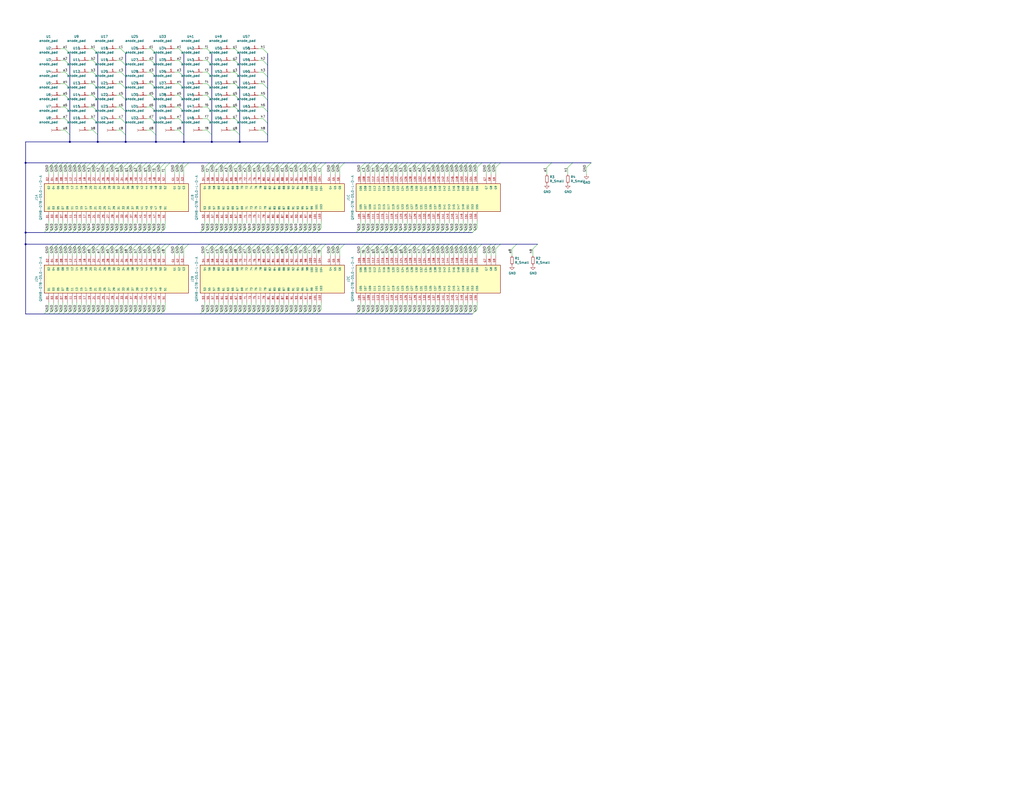
<source format=kicad_sch>
(kicad_sch (version 20230121) (generator eeschema)
  (paper "C")
  (junction (at 13.97 127))
  (junction (at 68.58 77.47))
  (junction (at 38.1 77.47))
  (junction (at 13.97 133.35))
  (junction (at 115.57 77.47))
  (junction (at 13.97 88.9))
  (junction (at 85.09 77.47))
  (junction (at 100.33 77.47))
  (junction (at 130.81 77.47))
  (junction (at 53.34 77.47))
  (bus_entry (at 154.94 91.44) (size 2.54 -2.54))
  (bus_entry (at 222.25 135.89) (size 2.54 -2.54))
  (bus_entry (at 143.51 33.02) (size 2.54 2.54))
  (bus_entry (at 66.04 33.02) (size 2.54 2.54))
  (bus_entry (at 260.35 168.91) (size -2.54 2.54))
  (bus_entry (at 97.79 33.02) (size 2.54 2.54))
  (bus_entry (at 137.16 124.46) (size -2.54 2.54))
  (bus_entry (at 97.79 39.37) (size 2.54 2.54))
  (bus_entry (at 128.27 71.12) (size 2.54 2.54))
  (bus_entry (at 59.69 91.44) (size 2.54 -2.54))
  (bus_entry (at 50.8 45.72) (size 2.54 2.54))
  (bus_entry (at 132.08 124.46) (size -2.54 2.54))
  (bus_entry (at 72.39 124.46) (size -2.54 2.54))
  (bus_entry (at 224.79 124.46) (size -2.54 2.54))
  (bus_entry (at 255.27 124.46) (size -2.54 2.54))
  (bus_entry (at 214.63 168.91) (size -2.54 2.54))
  (bus_entry (at 204.47 168.91) (size -2.54 2.54))
  (bus_entry (at 87.63 168.91) (size -2.54 2.54))
  (bus_entry (at 113.03 71.12) (size 2.54 2.54))
  (bus_entry (at 204.47 91.44) (size 2.54 -2.54))
  (bus_entry (at 80.01 135.89) (size 2.54 -2.54))
  (bus_entry (at 64.77 124.46) (size -2.54 2.54))
  (bus_entry (at 298.45 91.44) (size 2.54 -2.54))
  (bus_entry (at 113.03 64.77) (size 2.54 2.54))
  (bus_entry (at 237.49 135.89) (size 2.54 -2.54))
  (bus_entry (at 137.16 91.44) (size 2.54 -2.54))
  (bus_entry (at 35.56 52.07) (size 2.54 2.54))
  (bus_entry (at 255.27 135.89) (size 2.54 -2.54))
  (bus_entry (at 44.45 168.91) (size -2.54 2.54))
  (bus_entry (at 143.51 45.72) (size 2.54 2.54))
  (bus_entry (at 260.35 124.46) (size -2.54 2.54))
  (bus_entry (at 116.84 168.91) (size -2.54 2.54))
  (bus_entry (at 77.47 135.89) (size 2.54 -2.54))
  (bus_entry (at 160.02 124.46) (size -2.54 2.54))
  (bus_entry (at 57.15 168.91) (size -2.54 2.54))
  (bus_entry (at 36.83 168.91) (size -2.54 2.54))
  (bus_entry (at 252.73 88.9) (size -2.54 2.54))
  (bus_entry (at 209.55 135.89) (size 2.54 -2.54))
  (bus_entry (at 90.17 135.89) (size 2.54 -2.54))
  (bus_entry (at 52.07 91.44) (size 2.54 -2.54))
  (bus_entry (at 72.39 168.91) (size -2.54 2.54))
  (bus_entry (at 196.85 91.44) (size 2.54 -2.54))
  (bus_entry (at 214.63 91.44) (size 2.54 -2.54))
  (bus_entry (at 129.54 135.89) (size 2.54 -2.54))
  (bus_entry (at 111.76 124.46) (size -2.54 2.54))
  (bus_entry (at 114.3 135.89) (size 2.54 -2.54))
  (bus_entry (at 320.04 91.44) (size 2.54 -2.54))
  (bus_entry (at 82.55 71.12) (size 2.54 2.54))
  (bus_entry (at 152.4 91.44) (size 2.54 -2.54))
  (bus_entry (at 260.35 135.89) (size 2.54 -2.54))
  (bus_entry (at 52.07 135.89) (size 2.54 -2.54))
  (bus_entry (at 34.29 135.89) (size 2.54 -2.54))
  (bus_entry (at 69.85 124.46) (size -2.54 2.54))
  (bus_entry (at 143.51 71.12) (size 2.54 2.54))
  (bus_entry (at 165.1 124.46) (size -2.54 2.54))
  (bus_entry (at 80.01 124.46) (size -2.54 2.54))
  (bus_entry (at 217.17 135.89) (size 2.54 -2.54))
  (bus_entry (at 62.23 91.44) (size 2.54 -2.54))
  (bus_entry (at 36.83 135.89) (size 2.54 -2.54))
  (bus_entry (at 143.51 39.37) (size 2.54 2.54))
  (bus_entry (at 204.47 124.46) (size -2.54 2.54))
  (bus_entry (at 82.55 45.72) (size 2.54 2.54))
  (bus_entry (at 127 135.89) (size 2.54 -2.54))
  (bus_entry (at 143.51 64.77) (size 2.54 2.54))
  (bus_entry (at 139.7 124.46) (size -2.54 2.54))
  (bus_entry (at 26.67 91.44) (size 2.54 -2.54))
  (bus_entry (at 69.85 168.91) (size -2.54 2.54))
  (bus_entry (at 165.1 168.91) (size -2.54 2.54))
  (bus_entry (at 245.11 91.44) (size 2.54 -2.54))
  (bus_entry (at 82.55 26.67) (size 2.54 2.54))
  (bus_entry (at 97.79 71.12) (size 2.54 2.54))
  (bus_entry (at 199.39 135.89) (size 2.54 -2.54))
  (bus_entry (at 212.09 91.44) (size 2.54 -2.54))
  (bus_entry (at 69.85 135.89) (size 2.54 -2.54))
  (bus_entry (at 77.47 91.44) (size 2.54 -2.54))
  (bus_entry (at 41.91 168.91) (size -2.54 2.54))
  (bus_entry (at 35.56 33.02) (size 2.54 2.54))
  (bus_entry (at 222.25 91.44) (size 2.54 -2.54))
  (bus_entry (at 119.38 124.46) (size -2.54 2.54))
  (bus_entry (at 232.41 168.91) (size -2.54 2.54))
  (bus_entry (at 160.02 168.91) (size -2.54 2.54))
  (bus_entry (at 116.84 91.44) (size 2.54 -2.54))
  (bus_entry (at 204.47 135.89) (size 2.54 -2.54))
  (bus_entry (at 152.4 124.46) (size -2.54 2.54))
  (bus_entry (at 31.75 124.46) (size -2.54 2.54))
  (bus_entry (at 252.73 91.44) (size 2.54 -2.54))
  (bus_entry (at 35.56 64.77) (size 2.54 2.54))
  (bus_entry (at 97.79 26.67) (size 2.54 2.54))
  (bus_entry (at 201.93 91.44) (size 2.54 -2.54))
  (bus_entry (at 154.94 124.46) (size -2.54 2.54))
  (bus_entry (at 199.39 91.44) (size 2.54 -2.54))
  (bus_entry (at 36.83 91.44) (size 2.54 -2.54))
  (bus_entry (at 142.24 124.46) (size -2.54 2.54))
  (bus_entry (at 46.99 135.89) (size 2.54 -2.54))
  (bus_entry (at 132.08 168.91) (size -2.54 2.54))
  (bus_entry (at 26.67 135.89) (size 2.54 -2.54))
  (bus_entry (at 114.3 91.44) (size 2.54 -2.54))
  (bus_entry (at 201.93 135.89) (size 2.54 -2.54))
  (bus_entry (at 175.26 168.91) (size -2.54 2.54))
  (bus_entry (at 154.94 168.91) (size -2.54 2.54))
  (bus_entry (at 82.55 91.44) (size 2.54 -2.54))
  (bus_entry (at 147.32 135.89) (size 2.54 -2.54))
  (bus_entry (at 199.39 124.46) (size -2.54 2.54))
  (bus_entry (at 139.7 135.89) (size 2.54 -2.54))
  (bus_entry (at 247.65 135.89) (size 2.54 -2.54))
  (bus_entry (at 209.55 91.44) (size 2.54 -2.54))
  (bus_entry (at 77.47 168.91) (size -2.54 2.54))
  (bus_entry (at 172.72 124.46) (size -2.54 2.54))
  (bus_entry (at 255.27 91.44) (size 2.54 -2.54))
  (bus_entry (at 50.8 26.67) (size 2.54 2.54))
  (bus_entry (at 229.87 91.44) (size 2.54 -2.54))
  (bus_entry (at 175.26 135.89) (size 2.54 -2.54))
  (bus_entry (at 113.03 26.67) (size 2.54 2.54))
  (bus_entry (at 167.64 135.89) (size 2.54 -2.54))
  (bus_entry (at 82.55 168.91) (size -2.54 2.54))
  (bus_entry (at 245.11 124.46) (size -2.54 2.54))
  (bus_entry (at 66.04 71.12) (size 2.54 2.54))
  (bus_entry (at 64.77 135.89) (size 2.54 -2.54))
  (bus_entry (at 128.27 64.77) (size 2.54 2.54))
  (bus_entry (at 207.01 168.91) (size -2.54 2.54))
  (bus_entry (at 160.02 135.89) (size 2.54 -2.54))
  (bus_entry (at 29.21 135.89) (size 2.54 -2.54))
  (bus_entry (at 87.63 135.89) (size 2.54 -2.54))
  (bus_entry (at 82.55 33.02) (size 2.54 2.54))
  (bus_entry (at 279.4 135.89) (size 2.54 -2.54))
  (bus_entry (at 128.27 52.07) (size 2.54 2.54))
  (bus_entry (at 137.16 168.91) (size -2.54 2.54))
  (bus_entry (at 29.21 124.46) (size -2.54 2.54))
  (bus_entry (at 129.54 124.46) (size -2.54 2.54))
  (bus_entry (at 142.24 135.89) (size 2.54 -2.54))
  (bus_entry (at 97.79 135.89) (size 2.54 -2.54))
  (bus_entry (at 185.42 91.44) (size 2.54 -2.54))
  (bus_entry (at 250.19 124.46) (size -2.54 2.54))
  (bus_entry (at 234.95 91.44) (size 2.54 -2.54))
  (bus_entry (at 80.01 168.91) (size -2.54 2.54))
  (bus_entry (at 144.78 168.91) (size -2.54 2.54))
  (bus_entry (at 128.27 39.37) (size 2.54 2.54))
  (bus_entry (at 59.69 124.46) (size -2.54 2.54))
  (bus_entry (at 167.64 91.44) (size 2.54 -2.54))
  (bus_entry (at 90.17 124.46) (size -2.54 2.54))
  (bus_entry (at 257.81 124.46) (size -2.54 2.54))
  (bus_entry (at 50.8 71.12) (size 2.54 2.54))
  (bus_entry (at 172.72 168.91) (size -2.54 2.54))
  (bus_entry (at 50.8 58.42) (size 2.54 2.54))
  (bus_entry (at 165.1 91.44) (size 2.54 -2.54))
  (bus_entry (at 74.93 91.44) (size 2.54 -2.54))
  (bus_entry (at 224.79 168.91) (size -2.54 2.54))
  (bus_entry (at 87.63 124.46) (size -2.54 2.54))
  (bus_entry (at 134.62 124.46) (size -2.54 2.54))
  (bus_entry (at 172.72 91.44) (size 2.54 -2.54))
  (bus_entry (at 85.09 135.89) (size 2.54 -2.54))
  (bus_entry (at 100.33 135.89) (size 2.54 -2.54))
  (bus_entry (at 97.79 58.42) (size 2.54 2.54))
  (bus_entry (at 124.46 124.46) (size -2.54 2.54))
  (bus_entry (at 154.94 135.89) (size 2.54 -2.54))
  (bus_entry (at 255.27 168.91) (size -2.54 2.54))
  (bus_entry (at 90.17 91.44) (size 2.54 -2.54))
  (bus_entry (at 100.33 91.44) (size 2.54 -2.54))
  (bus_entry (at 26.67 168.91) (size -2.54 2.54))
  (bus_entry (at 257.81 168.91) (size -2.54 2.54))
  (bus_entry (at 252.73 135.89) (size 2.54 -2.54))
  (bus_entry (at 270.51 91.44) (size 2.54 -2.54))
  (bus_entry (at 229.87 168.91) (size -2.54 2.54))
  (bus_entry (at 41.91 124.46) (size -2.54 2.54))
  (bus_entry (at 152.4 135.89) (size 2.54 -2.54))
  (bus_entry (at 67.31 168.91) (size -2.54 2.54))
  (bus_entry (at 134.62 135.89) (size 2.54 -2.54))
  (bus_entry (at 134.62 168.91) (size -2.54 2.54))
  (bus_entry (at 212.09 168.91) (size -2.54 2.54))
  (bus_entry (at 139.7 168.91) (size -2.54 2.54))
  (bus_entry (at 143.51 58.42) (size 2.54 2.54))
  (bus_entry (at 39.37 135.89) (size 2.54 -2.54))
  (bus_entry (at 247.65 124.46) (size -2.54 2.54))
  (bus_entry (at 185.42 135.89) (size 2.54 -2.54))
  (bus_entry (at 237.49 91.44) (size 2.54 -2.54))
  (bus_entry (at 66.04 58.42) (size 2.54 2.54))
  (bus_entry (at 34.29 91.44) (size 2.54 -2.54))
  (bus_entry (at 52.07 168.91) (size -2.54 2.54))
  (bus_entry (at 95.25 91.44) (size 2.54 -2.54))
  (bus_entry (at 170.18 168.91) (size -2.54 2.54))
  (bus_entry (at 139.7 91.44) (size 2.54 -2.54))
  (bus_entry (at 90.17 168.91) (size -2.54 2.54))
  (bus_entry (at 127 91.44) (size 2.54 -2.54))
  (bus_entry (at 265.43 135.89) (size 2.54 -2.54))
  (bus_entry (at 49.53 135.89) (size 2.54 -2.54))
  (bus_entry (at 59.69 168.91) (size -2.54 2.54))
  (bus_entry (at 72.39 91.44) (size 2.54 -2.54))
  (bus_entry (at 157.48 124.46) (size -2.54 2.54))
  (bus_entry (at 97.79 64.77) (size 2.54 2.54))
  (bus_entry (at 170.18 135.89) (size 2.54 -2.54))
  (bus_entry (at 46.99 168.91) (size -2.54 2.54))
  (bus_entry (at 82.55 124.46) (size -2.54 2.54))
  (bus_entry (at 69.85 91.44) (size 2.54 -2.54))
  (bus_entry (at 124.46 168.91) (size -2.54 2.54))
  (bus_entry (at 49.53 91.44) (size 2.54 -2.54))
  (bus_entry (at 97.79 91.44) (size 2.54 -2.54))
  (bus_entry (at 267.97 135.89) (size 2.54 -2.54))
  (bus_entry (at 129.54 168.91) (size -2.54 2.54))
  (bus_entry (at 175.26 124.46) (size -2.54 2.54))
  (bus_entry (at 57.15 135.89) (size 2.54 -2.54))
  (bus_entry (at 165.1 135.89) (size 2.54 -2.54))
  (bus_entry (at 227.33 135.89) (size 2.54 -2.54))
  (bus_entry (at 119.38 135.89) (size 2.54 -2.54))
  (bus_entry (at 31.75 135.89) (size 2.54 -2.54))
  (bus_entry (at 54.61 135.89) (size 2.54 -2.54))
  (bus_entry (at 127 168.91) (size -2.54 2.54))
  (bus_entry (at 234.95 124.46) (size -2.54 2.54))
  (bus_entry (at 85.09 168.91) (size -2.54 2.54))
  (bus_entry (at 144.78 91.44) (size 2.54 -2.54))
  (bus_entry (at 121.92 91.44) (size 2.54 -2.54))
  (bus_entry (at 129.54 91.44) (size 2.54 -2.54))
  (bus_entry (at 26.67 124.46) (size -2.54 2.54))
  (bus_entry (at 265.43 91.44) (size 2.54 -2.54))
  (bus_entry (at 124.46 135.89) (size 2.54 -2.54))
  (bus_entry (at 54.61 124.46) (size -2.54 2.54))
  (bus_entry (at 227.33 168.91) (size -2.54 2.54))
  (bus_entry (at 50.8 39.37) (size 2.54 2.54))
  (bus_entry (at 121.92 124.46) (size -2.54 2.54))
  (bus_entry (at 57.15 91.44) (size 2.54 -2.54))
  (bus_entry (at 50.8 33.02) (size 2.54 2.54))
  (bus_entry (at 44.45 135.89) (size 2.54 -2.54))
  (bus_entry (at 250.19 168.91) (size -2.54 2.54))
  (bus_entry (at 237.49 168.91) (size -2.54 2.54))
  (bus_entry (at 242.57 135.89) (size 2.54 -2.54))
  (bus_entry (at 34.29 124.46) (size -2.54 2.54))
  (bus_entry (at 224.79 91.44) (size 2.54 -2.54))
  (bus_entry (at 54.61 168.91) (size -2.54 2.54))
  (bus_entry (at 113.03 33.02) (size 2.54 2.54))
  (bus_entry (at 127 124.46) (size -2.54 2.54))
  (bus_entry (at 114.3 124.46) (size -2.54 2.54))
  (bus_entry (at 245.11 135.89) (size 2.54 -2.54))
  (bus_entry (at 87.63 91.44) (size 2.54 -2.54))
  (bus_entry (at 240.03 91.44) (size 2.54 -2.54))
  (bus_entry (at 242.57 124.46) (size -2.54 2.54))
  (bus_entry (at 219.71 168.91) (size -2.54 2.54))
  (bus_entry (at 134.62 91.44) (size 2.54 -2.54))
  (bus_entry (at 214.63 135.89) (size 2.54 -2.54))
  (bus_entry (at 147.32 124.46) (size -2.54 2.54))
  (bus_entry (at 227.33 91.44) (size 2.54 -2.54))
  (bus_entry (at 143.51 52.07) (size 2.54 2.54))
  (bus_entry (at 67.31 91.44) (size 2.54 -2.54))
  (bus_entry (at 66.04 64.77) (size 2.54 2.54))
  (bus_entry (at 49.53 168.91) (size -2.54 2.54))
  (bus_entry (at 217.17 168.91) (size -2.54 2.54))
  (bus_entry (at 137.16 135.89) (size 2.54 -2.54))
  (bus_entry (at 39.37 168.91) (size -2.54 2.54))
  (bus_entry (at 149.86 135.89) (size 2.54 -2.54))
  (bus_entry (at 113.03 45.72) (size 2.54 2.54))
  (bus_entry (at 67.31 124.46) (size -2.54 2.54))
  (bus_entry (at 82.55 64.77) (size 2.54 2.54))
  (bus_entry (at 201.93 124.46) (size -2.54 2.54))
  (bus_entry (at 85.09 91.44) (size 2.54 -2.54))
  (bus_entry (at 50.8 52.07) (size 2.54 2.54))
  (bus_entry (at 245.11 168.91) (size -2.54 2.54))
  (bus_entry (at 97.79 52.07) (size 2.54 2.54))
  (bus_entry (at 240.03 168.91) (size -2.54 2.54))
  (bus_entry (at 167.64 124.46) (size -2.54 2.54))
  (bus_entry (at 237.49 124.46) (size -2.54 2.54))
  (bus_entry (at 66.04 26.67) (size 2.54 2.54))
  (bus_entry (at 113.03 52.07) (size 2.54 2.54))
  (bus_entry (at 29.21 168.91) (size -2.54 2.54))
  (bus_entry (at 229.87 124.46) (size -2.54 2.54))
  (bus_entry (at 224.79 135.89) (size 2.54 -2.54))
  (bus_entry (at 144.78 135.89) (size 2.54 -2.54))
  (bus_entry (at 234.95 135.89) (size 2.54 -2.54))
  (bus_entry (at 257.81 135.89) (size 2.54 -2.54))
  (bus_entry (at 128.27 45.72) (size 2.54 2.54))
  (bus_entry (at 144.78 124.46) (size -2.54 2.54))
  (bus_entry (at 62.23 135.89) (size 2.54 -2.54))
  (bus_entry (at 121.92 135.89) (size 2.54 -2.54))
  (bus_entry (at 257.81 91.44) (size 2.54 -2.54))
  (bus_entry (at 209.55 168.91) (size -2.54 2.54))
  (bus_entry (at 128.27 26.67) (size 2.54 2.54))
  (bus_entry (at 74.93 168.91) (size -2.54 2.54))
  (bus_entry (at 39.37 91.44) (size 2.54 -2.54))
  (bus_entry (at 162.56 124.46) (size -2.54 2.54))
  (bus_entry (at 270.51 135.89) (size 2.54 -2.54))
  (bus_entry (at 113.03 39.37) (size 2.54 2.54))
  (bus_entry (at 147.32 168.91) (size -2.54 2.54))
  (bus_entry (at 74.93 135.89) (size 2.54 -2.54))
  (bus_entry (at 201.93 168.91) (size -2.54 2.54))
  (bus_entry (at 180.34 91.44) (size 2.54 -2.54))
  (bus_entry (at 49.53 124.46) (size -2.54 2.54))
  (bus_entry (at 157.48 135.89) (size 2.54 -2.54))
  (bus_entry (at 132.08 135.89) (size 2.54 -2.54))
  (bus_entry (at 207.01 124.46) (size -2.54 2.54))
  (bus_entry (at 64.77 91.44) (size 2.54 -2.54))
  (bus_entry (at 172.72 135.89) (size 2.54 -2.54))
  (bus_entry (at 240.03 135.89) (size 2.54 -2.54))
  (bus_entry (at 219.71 124.46) (size -2.54 2.54))
  (bus_entry (at 160.02 91.44) (size 2.54 -2.54))
  (bus_entry (at 229.87 135.89) (size 2.54 -2.54))
  (bus_entry (at 170.18 124.46) (size -2.54 2.54))
  (bus_entry (at 157.48 168.91) (size -2.54 2.54))
  (bus_entry (at 111.76 91.44) (size 2.54 -2.54))
  (bus_entry (at 34.29 168.91) (size -2.54 2.54))
  (bus_entry (at 111.76 135.89) (size 2.54 -2.54))
  (bus_entry (at 35.56 26.67) (size 2.54 2.54))
  (bus_entry (at 80.01 91.44) (size 2.54 -2.54))
  (bus_entry (at 219.71 135.89) (size 2.54 -2.54))
  (bus_entry (at 59.69 135.89) (size 2.54 -2.54))
  (bus_entry (at 142.24 91.44) (size 2.54 -2.54))
  (bus_entry (at 29.21 91.44) (size 2.54 -2.54))
  (bus_entry (at 111.76 168.91) (size -2.54 2.54))
  (bus_entry (at 234.95 168.91) (size -2.54 2.54))
  (bus_entry (at 44.45 91.44) (size 2.54 -2.54))
  (bus_entry (at 72.39 135.89) (size 2.54 -2.54))
  (bus_entry (at 35.56 71.12) (size 2.54 2.54))
  (bus_entry (at 212.09 135.89) (size 2.54 -2.54))
  (bus_entry (at 74.93 124.46) (size -2.54 2.54))
  (bus_entry (at 152.4 168.91) (size -2.54 2.54))
  (bus_entry (at 222.25 168.91) (size -2.54 2.54))
  (bus_entry (at 227.33 124.46) (size -2.54 2.54))
  (bus_entry (at 267.97 91.44) (size 2.54 -2.54))
  (bus_entry (at 132.08 91.44) (size 2.54 -2.54))
  (bus_entry (at 66.04 52.07) (size 2.54 2.54))
  (bus_entry (at 142.24 168.91) (size -2.54 2.54))
  (bus_entry (at 199.39 168.91) (size -2.54 2.54))
  (bus_entry (at 82.55 52.07) (size 2.54 2.54))
  (bus_entry (at 35.56 39.37) (size 2.54 2.54))
  (bus_entry (at 149.86 124.46) (size -2.54 2.54))
  (bus_entry (at 207.01 91.44) (size 2.54 -2.54))
  (bus_entry (at 121.92 168.91) (size -2.54 2.54))
  (bus_entry (at 41.91 135.89) (size 2.54 -2.54))
  (bus_entry (at 54.61 91.44) (size 2.54 -2.54))
  (bus_entry (at 113.03 58.42) (size 2.54 2.54))
  (bus_entry (at 162.56 135.89) (size 2.54 -2.54))
  (bus_entry (at 116.84 124.46) (size -2.54 2.54))
  (bus_entry (at 82.55 58.42) (size 2.54 2.54))
  (bus_entry (at 128.27 58.42) (size 2.54 2.54))
  (bus_entry (at 119.38 91.44) (size 2.54 -2.54))
  (bus_entry (at 35.56 58.42) (size 2.54 2.54))
  (bus_entry (at 247.65 168.91) (size -2.54 2.54))
  (bus_entry (at 97.79 45.72) (size 2.54 2.54))
  (bus_entry (at 217.17 124.46) (size -2.54 2.54))
  (bus_entry (at 124.46 91.44) (size 2.54 -2.54))
  (bus_entry (at 162.56 91.44) (size 2.54 -2.54))
  (bus_entry (at 167.64 168.91) (size -2.54 2.54))
  (bus_entry (at 31.75 168.91) (size -2.54 2.54))
  (bus_entry (at 196.85 168.91) (size -2.54 2.54))
  (bus_entry (at 67.31 135.89) (size 2.54 -2.54))
  (bus_entry (at 66.04 39.37) (size 2.54 2.54))
  (bus_entry (at 252.73 133.35) (size -2.54 2.54))
  (bus_entry (at 170.18 91.44) (size 2.54 -2.54))
  (bus_entry (at 242.57 168.91) (size -2.54 2.54))
  (bus_entry (at 39.37 124.46) (size -2.54 2.54))
  (bus_entry (at 222.25 124.46) (size -2.54 2.54))
  (bus_entry (at 62.23 168.91) (size -2.54 2.54))
  (bus_entry (at 128.27 33.02) (size 2.54 2.54))
  (bus_entry (at 242.57 91.44) (size 2.54 -2.54))
  (bus_entry (at 50.8 64.77) (size 2.54 2.54))
  (bus_entry (at 247.65 91.44) (size 2.54 -2.54))
  (bus_entry (at 46.99 91.44) (size 2.54 -2.54))
  (bus_entry (at 175.26 91.44) (size 2.54 -2.54))
  (bus_entry (at 64.77 168.91) (size -2.54 2.54))
  (bus_entry (at 157.48 91.44) (size 2.54 -2.54))
  (bus_entry (at 182.88 91.44) (size 2.54 -2.54))
  (bus_entry (at 214.63 124.46) (size -2.54 2.54))
  (bus_entry (at 44.45 124.46) (size -2.54 2.54))
  (bus_entry (at 252.73 168.91) (size -2.54 2.54))
  (bus_entry (at 35.56 45.72) (size 2.54 2.54))
  (bus_entry (at 207.01 135.89) (size 2.54 -2.54))
  (bus_entry (at 114.3 168.91) (size -2.54 2.54))
  (bus_entry (at 209.55 124.46) (size -2.54 2.54))
  (bus_entry (at 36.83 124.46) (size -2.54 2.54))
  (bus_entry (at 143.51 26.67) (size 2.54 2.54))
  (bus_entry (at 232.41 124.46) (size -2.54 2.54))
  (bus_entry (at 46.99 124.46) (size -2.54 2.54))
  (bus_entry (at 180.34 135.89) (size 2.54 -2.54))
  (bus_entry (at 290.83 135.89) (size 2.54 -2.54))
  (bus_entry (at 196.85 135.89) (size 2.54 -2.54))
  (bus_entry (at 77.47 124.46) (size -2.54 2.54))
  (bus_entry (at 232.41 91.44) (size 2.54 -2.54))
  (bus_entry (at 31.75 91.44) (size 2.54 -2.54))
  (bus_entry (at 217.17 91.44) (size 2.54 -2.54))
  (bus_entry (at 41.91 91.44) (size 2.54 -2.54))
  (bus_entry (at 149.86 168.91) (size -2.54 2.54))
  (bus_entry (at 85.09 124.46) (size -2.54 2.54))
  (bus_entry (at 147.32 91.44) (size 2.54 -2.54))
  (bus_entry (at 219.71 91.44) (size 2.54 -2.54))
  (bus_entry (at 162.56 168.91) (size -2.54 2.54))
  (bus_entry (at 62.23 124.46) (size -2.54 2.54))
  (bus_entry (at 95.25 135.89) (size 2.54 -2.54))
  (bus_entry (at 240.03 124.46) (size -2.54 2.54))
  (bus_entry (at 309.88 91.44) (size 2.54 -2.54))
  (bus_entry (at 52.07 124.46) (size -2.54 2.54))
  (bus_entry (at 182.88 135.89) (size 2.54 -2.54))
  (bus_entry (at 119.38 168.91) (size -2.54 2.54))
  (bus_entry (at 149.86 91.44) (size 2.54 -2.54))
  (bus_entry (at 116.84 135.89) (size 2.54 -2.54))
  (bus_entry (at 212.09 124.46) (size -2.54 2.54))
  (bus_entry (at 66.04 45.72) (size 2.54 2.54))
  (bus_entry (at 82.55 39.37) (size 2.54 2.54))
  (bus_entry (at 196.85 124.46) (size -2.54 2.54))
  (bus_entry (at 82.55 135.89) (size 2.54 -2.54))
  (bus_entry (at 232.41 135.89) (size 2.54 -2.54))
  (bus_entry (at 57.15 124.46) (size -2.54 2.54))
  (bus_entry (at 260.35 91.44) (size 2.54 -2.54))
  (bus_entry (at 252.73 124.46) (size -2.54 2.54))
  (wire (pts (xy 119.38 91.44) (xy 119.38 95.25)))
  (wire (pts (xy 80.01 58.42) (xy 82.55 58.42)))
  (wire (pts (xy 62.23 139.7) (xy 62.23 135.89)))
  (wire (pts (xy 90.17 135.89) (xy 90.17 139.7)))
  (bus (pts (xy 227.33 133.35) (xy 229.87 133.35)))
  (wire (pts (xy 160.02 165.1) (xy 160.02 168.91)))
  (bus (pts (xy 34.29 88.9) (xy 36.83 88.9)))
  (wire (pts (xy 250.19 165.1) (xy 250.19 168.91)))
  (wire (pts (xy 95.25 139.7) (xy 95.25 135.89)))
  (bus (pts (xy 234.95 127) (xy 237.49 127)))
  (bus (pts (xy 146.05 67.31) (xy 146.05 73.66)))
  (wire (pts (xy 204.47 165.1) (xy 204.47 168.91)))
  (wire (pts (xy 80.01 64.77) (xy 82.55 64.77)))
  (bus (pts (xy 46.99 88.9) (xy 49.53 88.9)))
  (wire (pts (xy 116.84 91.44) (xy 116.84 95.25)))
  (wire (pts (xy 257.81 168.91) (xy 257.81 165.1)))
  (wire (pts (xy 144.78 120.65) (xy 144.78 124.46)))
  (wire (pts (xy 67.31 165.1) (xy 67.31 168.91)))
  (bus (pts (xy 172.72 127) (xy 194.31 127)))
  (wire (pts (xy 139.7 165.1) (xy 139.7 168.91)))
  (bus (pts (xy 80.01 127) (xy 82.55 127)))
  (wire (pts (xy 152.4 139.7) (xy 152.4 135.89)))
  (bus (pts (xy 29.21 133.35) (xy 31.75 133.35)))
  (bus (pts (xy 111.76 127) (xy 114.3 127)))
  (bus (pts (xy 165.1 133.35) (xy 167.64 133.35)))
  (wire (pts (xy 196.85 165.1) (xy 196.85 168.91)))
  (bus (pts (xy 185.42 133.35) (xy 187.96 133.35)))
  (bus (pts (xy 237.49 133.35) (xy 240.03 133.35)))
  (bus (pts (xy 147.32 133.35) (xy 149.86 133.35)))
  (bus (pts (xy 68.58 48.26) (xy 68.58 54.61)))
  (bus (pts (xy 199.39 127) (xy 201.93 127)))
  (wire (pts (xy 114.3 91.44) (xy 114.3 95.25)))
  (bus (pts (xy 24.13 171.45) (xy 26.67 171.45)))
  (wire (pts (xy 167.64 91.44) (xy 167.64 95.25)))
  (bus (pts (xy 154.94 127) (xy 157.48 127)))
  (bus (pts (xy 82.55 127) (xy 85.09 127)))
  (bus (pts (xy 115.57 41.91) (xy 115.57 48.26)))
  (bus (pts (xy 170.18 88.9) (xy 172.72 88.9)))
  (wire (pts (xy 242.57 120.65) (xy 242.57 124.46)))
  (wire (pts (xy 172.72 91.44) (xy 172.72 95.25)))
  (bus (pts (xy 54.61 171.45) (xy 57.15 171.45)))
  (bus (pts (xy 255.27 88.9) (xy 257.81 88.9)))
  (bus (pts (xy 199.39 133.35) (xy 201.93 133.35)))
  (bus (pts (xy 85.09 48.26) (xy 85.09 54.61)))
  (bus (pts (xy 121.92 171.45) (xy 124.46 171.45)))
  (bus (pts (xy 67.31 133.35) (xy 69.85 133.35)))
  (wire (pts (xy 125.73 58.42) (xy 128.27 58.42)))
  (bus (pts (xy 160.02 171.45) (xy 162.56 171.45)))
  (wire (pts (xy 63.5 45.72) (xy 66.04 45.72)))
  (wire (pts (xy 110.49 39.37) (xy 113.03 39.37)))
  (wire (pts (xy 260.35 135.89) (xy 260.35 139.7)))
  (wire (pts (xy 257.81 95.25) (xy 257.81 91.44)))
  (wire (pts (xy 257.81 124.46) (xy 257.81 120.65)))
  (bus (pts (xy 53.34 67.31) (xy 53.34 73.66)))
  (bus (pts (xy 185.42 88.9) (xy 187.96 88.9)))
  (wire (pts (xy 149.86 124.46) (xy 149.86 120.65)))
  (bus (pts (xy 69.85 171.45) (xy 72.39 171.45)))
  (bus (pts (xy 111.76 171.45) (xy 114.3 171.45)))
  (wire (pts (xy 265.43 139.7) (xy 265.43 135.89)))
  (bus (pts (xy 13.97 127) (xy 24.13 127)))
  (wire (pts (xy 44.45 139.7) (xy 44.45 135.89)))
  (bus (pts (xy 68.58 54.61) (xy 68.58 60.96)))
  (wire (pts (xy 80.01 71.12) (xy 82.55 71.12)))
  (bus (pts (xy 245.11 133.35) (xy 247.65 133.35)))
  (bus (pts (xy 170.18 127) (xy 172.72 127)))
  (wire (pts (xy 57.15 165.1) (xy 57.15 168.91)))
  (wire (pts (xy 116.84 165.1) (xy 116.84 168.91)))
  (wire (pts (xy 201.93 120.65) (xy 201.93 124.46)))
  (wire (pts (xy 142.24 91.44) (xy 142.24 95.25)))
  (wire (pts (xy 100.33 139.7) (xy 100.33 135.89)))
  (wire (pts (xy 134.62 91.44) (xy 134.62 95.25)))
  (bus (pts (xy 157.48 133.35) (xy 160.02 133.35)))
  (wire (pts (xy 59.69 165.1) (xy 59.69 168.91)))
  (bus (pts (xy 196.85 127) (xy 199.39 127)))
  (wire (pts (xy 63.5 39.37) (xy 66.04 39.37)))
  (wire (pts (xy 39.37 165.1) (xy 39.37 168.91)))
  (bus (pts (xy 162.56 88.9) (xy 165.1 88.9)))
  (wire (pts (xy 201.93 165.1) (xy 201.93 168.91)))
  (bus (pts (xy 44.45 133.35) (xy 46.99 133.35)))
  (wire (pts (xy 46.99 120.65) (xy 46.99 124.46)))
  (bus (pts (xy 157.48 88.9) (xy 160.02 88.9)))
  (bus (pts (xy 212.09 88.9) (xy 214.63 88.9)))
  (bus (pts (xy 227.33 88.9) (xy 229.87 88.9)))
  (wire (pts (xy 59.69 120.65) (xy 59.69 124.46)))
  (wire (pts (xy 129.54 120.65) (xy 129.54 124.46)))
  (wire (pts (xy 214.63 139.7) (xy 214.63 135.89)))
  (wire (pts (xy 125.73 71.12) (xy 128.27 71.12)))
  (bus (pts (xy 85.09 73.66) (xy 85.09 77.47)))
  (wire (pts (xy 33.02 33.02) (xy 35.56 33.02)))
  (wire (pts (xy 52.07 120.65) (xy 52.07 124.46)))
  (wire (pts (xy 80.01 165.1) (xy 80.01 168.91)))
  (bus (pts (xy 267.97 88.9) (xy 270.51 88.9)))
  (wire (pts (xy 119.38 165.1) (xy 119.38 168.91)))
  (wire (pts (xy 260.35 91.44) (xy 260.35 95.25)))
  (bus (pts (xy 115.57 60.96) (xy 115.57 67.31)))
  (wire (pts (xy 242.57 139.7) (xy 242.57 135.89)))
  (wire (pts (xy 160.02 91.44) (xy 160.02 95.25)))
  (bus (pts (xy 29.21 127) (xy 31.75 127)))
  (bus (pts (xy 114.3 88.9) (xy 116.84 88.9)))
  (bus (pts (xy 160.02 127) (xy 162.56 127)))
  (bus (pts (xy 257.81 88.9) (xy 260.35 88.9)))
  (wire (pts (xy 39.37 139.7) (xy 39.37 135.89)))
  (wire (pts (xy 234.95 124.46) (xy 234.95 120.65)))
  (wire (pts (xy 31.75 95.25) (xy 31.75 91.44)))
  (wire (pts (xy 234.95 95.25) (xy 234.95 91.44)))
  (wire (pts (xy 26.67 95.25) (xy 26.67 91.44)))
  (wire (pts (xy 170.18 91.44) (xy 170.18 95.25)))
  (bus (pts (xy 214.63 127) (xy 217.17 127)))
  (bus (pts (xy 247.65 127) (xy 250.19 127)))
  (bus (pts (xy 62.23 127) (xy 64.77 127)))
  (wire (pts (xy 33.02 39.37) (xy 35.56 39.37)))
  (bus (pts (xy 199.39 88.9) (xy 201.93 88.9)))
  (bus (pts (xy 167.64 133.35) (xy 170.18 133.35)))
  (wire (pts (xy 140.97 39.37) (xy 143.51 39.37)))
  (wire (pts (xy 154.94 91.44) (xy 154.94 95.25)))
  (bus (pts (xy 162.56 127) (xy 165.1 127)))
  (wire (pts (xy 199.39 95.25) (xy 199.39 91.44)))
  (bus (pts (xy 82.55 133.35) (xy 85.09 133.35)))
  (wire (pts (xy 245.11 135.89) (xy 245.11 139.7)))
  (bus (pts (xy 154.94 171.45) (xy 157.48 171.45)))
  (bus (pts (xy 64.77 88.9) (xy 67.31 88.9)))
  (bus (pts (xy 85.09 127) (xy 87.63 127)))
  (bus (pts (xy 119.38 133.35) (xy 121.92 133.35)))
  (wire (pts (xy 199.39 165.1) (xy 199.39 168.91)))
  (bus (pts (xy 100.33 41.91) (xy 100.33 48.26)))
  (bus (pts (xy 52.07 133.35) (xy 54.61 133.35)))
  (bus (pts (xy 146.05 54.61) (xy 146.05 60.96)))
  (bus (pts (xy 114.3 171.45) (xy 116.84 171.45)))
  (wire (pts (xy 252.73 165.1) (xy 252.73 168.91)))
  (wire (pts (xy 80.01 33.02) (xy 82.55 33.02)))
  (wire (pts (xy 209.55 120.65) (xy 209.55 124.46)))
  (wire (pts (xy 217.17 95.25) (xy 217.17 91.44)))
  (wire (pts (xy 48.26 64.77) (xy 50.8 64.77)))
  (bus (pts (xy 182.88 133.35) (xy 185.42 133.35)))
  (wire (pts (xy 204.47 120.65) (xy 204.47 124.46)))
  (bus (pts (xy 170.18 171.45) (xy 172.72 171.45)))
  (bus (pts (xy 139.7 88.9) (xy 142.24 88.9)))
  (bus (pts (xy 36.83 127) (xy 39.37 127)))
  (bus (pts (xy 255.27 171.45) (xy 257.81 171.45)))
  (bus (pts (xy 100.33 88.9) (xy 102.87 88.9)))
  (bus (pts (xy 100.33 29.21) (xy 100.33 35.56)))
  (wire (pts (xy 33.02 71.12) (xy 35.56 71.12)))
  (wire (pts (xy 110.49 64.77) (xy 113.03 64.77)))
  (bus (pts (xy 242.57 127) (xy 245.11 127)))
  (bus (pts (xy 13.97 77.47) (xy 38.1 77.47)))
  (bus (pts (xy 85.09 67.31) (xy 85.09 73.66)))
  (bus (pts (xy 115.57 73.66) (xy 115.57 77.47)))
  (wire (pts (xy 149.86 91.44) (xy 149.86 95.25)))
  (bus (pts (xy 146.05 48.26) (xy 146.05 54.61)))
  (bus (pts (xy 115.57 67.31) (xy 115.57 73.66)))
  (wire (pts (xy 132.08 91.44) (xy 132.08 95.25)))
  (bus (pts (xy 82.55 88.9) (xy 85.09 88.9)))
  (wire (pts (xy 257.81 139.7) (xy 257.81 135.89)))
  (wire (pts (xy 232.41 120.65) (xy 232.41 124.46)))
  (bus (pts (xy 72.39 88.9) (xy 74.93 88.9)))
  (wire (pts (xy 77.47 120.65) (xy 77.47 124.46)))
  (wire (pts (xy 125.73 39.37) (xy 128.27 39.37)))
  (wire (pts (xy 290.83 135.89) (xy 290.83 139.7)))
  (wire (pts (xy 207.01 139.7) (xy 207.01 135.89)))
  (wire (pts (xy 127 91.44) (xy 127 95.25)))
  (bus (pts (xy 187.96 133.35) (xy 199.39 133.35)))
  (bus (pts (xy 41.91 133.35) (xy 44.45 133.35)))
  (wire (pts (xy 219.71 135.89) (xy 219.71 139.7)))
  (wire (pts (xy 114.3 165.1) (xy 114.3 168.91)))
  (wire (pts (xy 137.16 135.89) (xy 137.16 139.7)))
  (wire (pts (xy 182.88 139.7) (xy 182.88 135.89)))
  (bus (pts (xy 250.19 133.35) (xy 252.73 133.35)))
  (bus (pts (xy 199.39 171.45) (xy 201.93 171.45)))
  (wire (pts (xy 154.94 165.1) (xy 154.94 168.91)))
  (wire (pts (xy 157.48 165.1) (xy 157.48 168.91)))
  (wire (pts (xy 162.56 135.89) (xy 162.56 139.7)))
  (wire (pts (xy 255.27 139.7) (xy 255.27 135.89)))
  (wire (pts (xy 49.53 120.65) (xy 49.53 121.92)))
  (bus (pts (xy 172.72 171.45) (xy 194.31 171.45)))
  (bus (pts (xy 72.39 127) (xy 74.93 127)))
  (bus (pts (xy 114.3 133.35) (xy 116.84 133.35)))
  (wire (pts (xy 31.75 139.7) (xy 31.75 135.89)))
  (wire (pts (xy 152.4 120.65) (xy 152.4 124.46)))
  (wire (pts (xy 63.5 26.67) (xy 66.04 26.67)))
  (bus (pts (xy 121.92 133.35) (xy 124.46 133.35)))
  (bus (pts (xy 242.57 171.45) (xy 245.11 171.45)))
  (wire (pts (xy 82.55 95.25) (xy 82.55 91.44)))
  (wire (pts (xy 162.56 165.1) (xy 162.56 168.91)))
  (wire (pts (xy 140.97 33.02) (xy 143.51 33.02)))
  (wire (pts (xy 199.39 120.65) (xy 199.39 124.46)))
  (bus (pts (xy 252.73 88.9) (xy 255.27 88.9)))
  (wire (pts (xy 63.5 33.02) (xy 66.04 33.02)))
  (bus (pts (xy 116.84 171.45) (xy 119.38 171.45)))
  (bus (pts (xy 270.51 88.9) (xy 273.05 88.9)))
  (bus (pts (xy 130.81 41.91) (xy 130.81 48.26)))
  (bus (pts (xy 46.99 133.35) (xy 49.53 133.35)))
  (bus (pts (xy 100.33 60.96) (xy 100.33 67.31)))
  (bus (pts (xy 149.86 171.45) (xy 152.4 171.45)))
  (bus (pts (xy 234.95 133.35) (xy 237.49 133.35)))
  (bus (pts (xy 97.79 88.9) (xy 100.33 88.9)))
  (bus (pts (xy 252.73 171.45) (xy 255.27 171.45)))
  (bus (pts (xy 207.01 133.35) (xy 209.55 133.35)))
  (bus (pts (xy 217.17 133.35) (xy 219.71 133.35)))
  (bus (pts (xy 247.65 88.9) (xy 250.19 88.9)))
  (wire (pts (xy 212.09 168.91) (xy 212.09 165.1)))
  (wire (pts (xy 140.97 26.67) (xy 143.51 26.67)))
  (bus (pts (xy 217.17 88.9) (xy 219.71 88.9)))
  (wire (pts (xy 224.79 120.65) (xy 224.79 124.46)))
  (wire (pts (xy 227.33 95.25) (xy 227.33 91.44)))
  (wire (pts (xy 227.33 165.1) (xy 227.33 168.91)))
  (wire (pts (xy 252.73 139.7) (xy 252.73 135.89)))
  (wire (pts (xy 111.76 165.1) (xy 111.76 168.91)))
  (bus (pts (xy 102.87 88.9) (xy 114.3 88.9)))
  (bus (pts (xy 62.23 133.35) (xy 64.77 133.35)))
  (bus (pts (xy 41.91 127) (xy 44.45 127)))
  (wire (pts (xy 185.42 139.7) (xy 185.42 135.89)))
  (wire (pts (xy 129.54 165.1) (xy 129.54 168.91)))
  (wire (pts (xy 175.26 165.1) (xy 175.26 168.91)))
  (bus (pts (xy 119.38 171.45) (xy 121.92 171.45)))
  (wire (pts (xy 85.09 120.65) (xy 85.09 124.46)))
  (wire (pts (xy 240.03 139.7) (xy 240.03 135.89)))
  (bus (pts (xy 219.71 133.35) (xy 222.25 133.35)))
  (bus (pts (xy 49.53 171.45) (xy 52.07 171.45)))
  (bus (pts (xy 87.63 171.45) (xy 109.22 171.45)))
  (wire (pts (xy 72.39 139.7) (xy 72.39 135.89)))
  (bus (pts (xy 157.48 127) (xy 160.02 127)))
  (wire (pts (xy 214.63 120.65) (xy 214.63 124.46)))
  (wire (pts (xy 80.01 120.65) (xy 80.01 124.46)))
  (wire (pts (xy 121.92 165.1) (xy 121.92 168.91)))
  (bus (pts (xy 149.86 88.9) (xy 152.4 88.9)))
  (wire (pts (xy 87.63 139.7) (xy 87.63 135.89)))
  (wire (pts (xy 134.62 165.1) (xy 134.62 168.91)))
  (wire (pts (xy 69.85 120.65) (xy 69.85 124.46)))
  (wire (pts (xy 157.48 91.44) (xy 157.48 95.25)))
  (bus (pts (xy 217.17 127) (xy 219.71 127)))
  (bus (pts (xy 38.1 29.21) (xy 38.1 35.56)))
  (bus (pts (xy 62.23 171.45) (xy 64.77 171.45)))
  (bus (pts (xy 260.35 88.9) (xy 262.89 88.9)))
  (wire (pts (xy 74.93 135.89) (xy 74.93 139.7)))
  (bus (pts (xy 36.83 171.45) (xy 39.37 171.45)))
  (bus (pts (xy 137.16 171.45) (xy 139.7 171.45)))
  (bus (pts (xy 245.11 171.45) (xy 247.65 171.45)))
  (wire (pts (xy 46.99 95.25) (xy 46.99 91.44)))
  (wire (pts (xy 245.11 95.25) (xy 245.11 91.44)))
  (bus (pts (xy 242.57 133.35) (xy 245.11 133.35)))
  (bus (pts (xy 212.09 127) (xy 214.63 127)))
  (bus (pts (xy 87.63 88.9) (xy 90.17 88.9)))
  (wire (pts (xy 242.57 165.1) (xy 242.57 168.91)))
  (bus (pts (xy 41.91 171.45) (xy 44.45 171.45)))
  (bus (pts (xy 127 88.9) (xy 129.54 88.9)))
  (wire (pts (xy 165.1 120.65) (xy 165.1 124.46)))
  (bus (pts (xy 207.01 127) (xy 209.55 127)))
  (bus (pts (xy 124.46 171.45) (xy 127 171.45)))
  (wire (pts (xy 229.87 120.65) (xy 229.87 124.46)))
  (bus (pts (xy 212.09 133.35) (xy 214.63 133.35)))
  (wire (pts (xy 209.55 95.25) (xy 209.55 91.44)))
  (wire (pts (xy 207.01 120.65) (xy 207.01 124.46)))
  (bus (pts (xy 46.99 171.45) (xy 49.53 171.45)))
  (wire (pts (xy 125.73 26.67) (xy 128.27 26.67)))
  (bus (pts (xy 237.49 88.9) (xy 240.03 88.9)))
  (bus (pts (xy 157.48 171.45) (xy 160.02 171.45)))
  (wire (pts (xy 224.79 95.25) (xy 224.79 91.44)))
  (wire (pts (xy 62.23 165.1) (xy 62.23 168.91)))
  (bus (pts (xy 245.11 88.9) (xy 247.65 88.9)))
  (bus (pts (xy 130.81 48.26) (xy 130.81 54.61)))
  (bus (pts (xy 134.62 88.9) (xy 137.16 88.9)))
  (wire (pts (xy 199.39 139.7) (xy 199.39 135.89)))
  (bus (pts (xy 57.15 88.9) (xy 59.69 88.9)))
  (bus (pts (xy 127 133.35) (xy 129.54 133.35)))
  (wire (pts (xy 232.41 165.1) (xy 232.41 168.91)))
  (wire (pts (xy 114.3 139.7) (xy 114.3 135.89)))
  (bus (pts (xy 67.31 127) (xy 69.85 127)))
  (wire (pts (xy 207.01 165.1) (xy 207.01 168.91)))
  (bus (pts (xy 90.17 88.9) (xy 92.71 88.9)))
  (wire (pts (xy 204.47 139.7) (xy 204.47 135.89)))
  (bus (pts (xy 26.67 127) (xy 29.21 127)))
  (bus (pts (xy 130.81 29.21) (xy 130.81 35.56)))
  (bus (pts (xy 85.09 88.9) (xy 87.63 88.9)))
  (wire (pts (xy 36.83 165.1) (xy 36.83 168.91)))
  (wire (pts (xy 63.5 58.42) (xy 66.04 58.42)))
  (bus (pts (xy 72.39 171.45) (xy 74.93 171.45)))
  (wire (pts (xy 110.49 71.12) (xy 113.03 71.12)))
  (bus (pts (xy 68.58 73.66) (xy 68.58 77.47)))
  (wire (pts (xy 87.63 124.46) (xy 87.63 120.65)))
  (wire (pts (xy 240.03 165.1) (xy 240.03 168.91)))
  (wire (pts (xy 237.49 139.7) (xy 237.49 135.89)))
  (wire (pts (xy 36.83 120.65) (xy 36.83 124.46)))
  (bus (pts (xy 100.33 73.66) (xy 100.33 77.47)))
  (wire (pts (xy 85.09 139.7) (xy 85.09 135.89)))
  (bus (pts (xy 201.93 133.35) (xy 204.47 133.35)))
  (wire (pts (xy 137.16 165.1) (xy 137.16 168.91)))
  (wire (pts (xy 170.18 139.7) (xy 170.18 135.89)))
  (wire (pts (xy 147.32 165.1) (xy 147.32 168.91)))
  (bus (pts (xy 237.49 127) (xy 240.03 127)))
  (wire (pts (xy 54.61 139.7) (xy 54.61 135.89)))
  (bus (pts (xy 68.58 35.56) (xy 68.58 41.91)))
  (bus (pts (xy 212.09 171.45) (xy 214.63 171.45)))
  (wire (pts (xy 142.24 165.1) (xy 142.24 168.91)))
  (wire (pts (xy 196.85 95.25) (xy 196.85 91.44)))
  (bus (pts (xy 102.87 133.35) (xy 114.3 133.35)))
  (bus (pts (xy 64.77 133.35) (xy 67.31 133.35)))
  (bus (pts (xy 165.1 171.45) (xy 167.64 171.45)))
  (wire (pts (xy 69.85 165.1) (xy 69.85 168.91)))
  (wire (pts (xy 152.4 165.1) (xy 152.4 168.91)))
  (wire (pts (xy 121.92 139.7) (xy 121.92 135.89)))
  (bus (pts (xy 201.93 171.45) (xy 204.47 171.45)))
  (bus (pts (xy 85.09 171.45) (xy 87.63 171.45)))
  (bus (pts (xy 39.37 127) (xy 41.91 127)))
  (bus (pts (xy 204.47 127) (xy 207.01 127)))
  (bus (pts (xy 227.33 127) (xy 229.87 127)))
  (bus (pts (xy 39.37 133.35) (xy 41.91 133.35)))
  (wire (pts (xy 74.93 165.1) (xy 74.93 168.91)))
  (bus (pts (xy 222.25 171.45) (xy 224.79 171.45)))
  (wire (pts (xy 144.78 91.44) (xy 144.78 95.25)))
  (bus (pts (xy 144.78 133.35) (xy 147.32 133.35)))
  (wire (pts (xy 125.73 52.07) (xy 128.27 52.07)))
  (bus (pts (xy 270.51 133.35) (xy 273.05 133.35)))
  (bus (pts (xy 13.97 77.47) (xy 13.97 88.9)))
  (wire (pts (xy 52.07 165.1) (xy 52.07 168.91)))
  (bus (pts (xy 68.58 60.96) (xy 68.58 67.31)))
  (bus (pts (xy 31.75 171.45) (xy 34.29 171.45)))
  (bus (pts (xy 139.7 133.35) (xy 142.24 133.35)))
  (wire (pts (xy 64.77 168.91) (xy 64.77 165.1)))
  (bus (pts (xy 247.65 133.35) (xy 250.19 133.35)))
  (wire (pts (xy 62.23 120.65) (xy 62.23 124.46)))
  (wire (pts (xy 33.02 45.72) (xy 35.56 45.72)))
  (bus (pts (xy 53.34 48.26) (xy 53.34 54.61)))
  (wire (pts (xy 124.46 120.65) (xy 124.46 124.46)))
  (bus (pts (xy 219.71 127) (xy 222.25 127)))
  (bus (pts (xy 129.54 133.35) (xy 132.08 133.35)))
  (bus (pts (xy 250.19 88.9) (xy 252.73 88.9)))
  (bus (pts (xy 312.42 88.9) (xy 322.58 88.9)))
  (bus (pts (xy 134.62 127) (xy 137.16 127)))
  (wire (pts (xy 182.88 91.44) (xy 182.88 95.25)))
  (bus (pts (xy 167.64 127) (xy 170.18 127)))
  (wire (pts (xy 49.53 95.25) (xy 49.53 91.44)))
  (wire (pts (xy 140.97 52.07) (xy 143.51 52.07)))
  (wire (pts (xy 234.95 139.7) (xy 234.95 135.89)))
  (bus (pts (xy 34.29 133.35) (xy 36.83 133.35)))
  (bus (pts (xy 130.81 35.56) (xy 130.81 41.91)))
  (bus (pts (xy 36.83 88.9) (xy 39.37 88.9)))
  (bus (pts (xy 115.57 48.26) (xy 115.57 54.61)))
  (wire (pts (xy 69.85 139.7) (xy 69.85 135.89)))
  (bus (pts (xy 115.57 77.47) (xy 130.81 77.47)))
  (wire (pts (xy 132.08 120.65) (xy 132.08 124.46)))
  (wire (pts (xy 172.72 139.7) (xy 172.72 135.89)))
  (bus (pts (xy 240.03 133.35) (xy 242.57 133.35)))
  (wire (pts (xy 160.02 120.65) (xy 160.02 121.92)))
  (wire (pts (xy 97.79 95.25) (xy 97.79 91.44)))
  (wire (pts (xy 260.35 120.65) (xy 260.35 124.46)))
  (bus (pts (xy 209.55 127) (xy 212.09 127)))
  (bus (pts (xy 127 171.45) (xy 129.54 171.45)))
  (wire (pts (xy 144.78 165.1) (xy 144.78 168.91)))
  (bus (pts (xy 255.27 127) (xy 257.81 127)))
  (bus (pts (xy 209.55 171.45) (xy 212.09 171.45)))
  (wire (pts (xy 29.21 120.65) (xy 29.21 124.46)))
  (wire (pts (xy 111.76 91.44) (xy 111.76 95.25)))
  (bus (pts (xy 160.02 133.35) (xy 162.56 133.35)))
  (wire (pts (xy 34.29 120.65) (xy 34.29 124.46)))
  (bus (pts (xy 52.07 171.45) (xy 54.61 171.45)))
  (wire (pts (xy 165.1 165.1) (xy 165.1 168.91)))
  (wire (pts (xy 219.71 120.65) (xy 219.71 121.92)))
  (bus (pts (xy 142.24 171.45) (xy 144.78 171.45)))
  (bus (pts (xy 130.81 54.61) (xy 130.81 60.96)))
  (bus (pts (xy 38.1 35.56) (xy 38.1 41.91)))
  (wire (pts (xy 29.21 139.7) (xy 29.21 135.89)))
  (wire (pts (xy 34.29 139.7) (xy 34.29 135.89)))
  (wire (pts (xy 157.48 139.7) (xy 157.48 135.89)))
  (wire (pts (xy 34.29 165.1) (xy 34.29 168.91)))
  (wire (pts (xy 64.77 124.46) (xy 64.77 120.65)))
  (wire (pts (xy 229.87 95.25) (xy 229.87 91.44)))
  (bus (pts (xy 57.15 171.45) (xy 59.69 171.45)))
  (bus (pts (xy 250.19 127) (xy 252.73 127)))
  (bus (pts (xy 116.84 127) (xy 119.38 127)))
  (bus (pts (xy 31.75 88.9) (xy 34.29 88.9)))
  (bus (pts (xy 39.37 88.9) (xy 41.91 88.9)))
  (wire (pts (xy 320.04 91.44) (xy 320.04 95.25)))
  (wire (pts (xy 167.64 120.65) (xy 167.64 124.46)))
  (wire (pts (xy 127 124.46) (xy 127 120.65)))
  (wire (pts (xy 247.65 120.65) (xy 247.65 124.46)))
  (wire (pts (xy 212.09 139.7) (xy 212.09 135.89)))
  (wire (pts (xy 124.46 91.44) (xy 124.46 95.25)))
  (bus (pts (xy 177.8 88.9) (xy 182.88 88.9)))
  (wire (pts (xy 95.25 95.25) (xy 95.25 91.44)))
  (bus (pts (xy 175.26 133.35) (xy 177.8 133.35)))
  (wire (pts (xy 222.25 139.7) (xy 222.25 135.89)))
  (bus (pts (xy 300.99 88.9) (xy 312.42 88.9)))
  (wire (pts (xy 139.7 120.65) (xy 139.7 124.46)))
  (wire (pts (xy 209.55 165.1) (xy 209.55 168.91)))
  (bus (pts (xy 54.61 133.35) (xy 57.15 133.35)))
  (wire (pts (xy 142.24 139.7) (xy 142.24 135.89)))
  (bus (pts (xy 90.17 133.35) (xy 92.71 133.35)))
  (bus (pts (xy 247.65 171.45) (xy 250.19 171.45)))
  (bus (pts (xy 129.54 127) (xy 132.08 127)))
  (wire (pts (xy 34.29 95.25) (xy 34.29 91.44)))
  (bus (pts (xy 64.77 171.45) (xy 67.31 171.45)))
  (bus (pts (xy 52.07 127) (xy 54.61 127)))
  (bus (pts (xy 240.03 171.45) (xy 242.57 171.45)))
  (bus (pts (xy 152.4 88.9) (xy 154.94 88.9)))
  (bus (pts (xy 257.81 133.35) (xy 260.35 133.35)))
  (wire (pts (xy 95.25 39.37) (xy 97.79 39.37)))
  (wire (pts (xy 137.16 120.65) (xy 137.16 121.92)))
  (bus (pts (xy 222.25 88.9) (xy 224.79 88.9)))
  (wire (pts (xy 140.97 58.42) (xy 143.51 58.42)))
  (bus (pts (xy 59.69 127) (xy 62.23 127)))
  (bus (pts (xy 44.45 88.9) (xy 46.99 88.9)))
  (wire (pts (xy 127 168.91) (xy 127 165.1)))
  (wire (pts (xy 44.45 95.25) (xy 44.45 91.44)))
  (wire (pts (xy 137.16 91.44) (xy 137.16 95.25)))
  (bus (pts (xy 68.58 41.91) (xy 68.58 48.26)))
  (bus (pts (xy 41.91 88.9) (xy 44.45 88.9)))
  (wire (pts (xy 46.99 139.7) (xy 46.99 135.89)))
  (bus (pts (xy 69.85 127) (xy 72.39 127)))
  (wire (pts (xy 129.54 139.7) (xy 129.54 135.89)))
  (bus (pts (xy 31.75 127) (xy 34.29 127)))
  (wire (pts (xy 29.21 95.25) (xy 29.21 91.44)))
  (bus (pts (xy 252.73 133.35) (xy 255.27 133.35)))
  (wire (pts (xy 147.32 91.44) (xy 147.32 95.25)))
  (wire (pts (xy 57.15 120.65) (xy 57.15 124.46)))
  (bus (pts (xy 227.33 171.45) (xy 229.87 171.45)))
  (wire (pts (xy 121.92 91.44) (xy 121.92 95.25)))
  (wire (pts (xy 217.17 120.65) (xy 217.17 124.46)))
  (bus (pts (xy 13.97 133.35) (xy 29.21 133.35)))
  (wire (pts (xy 222.25 165.1) (xy 222.25 168.91)))
  (wire (pts (xy 80.01 45.72) (xy 82.55 45.72)))
  (wire (pts (xy 95.25 33.02) (xy 97.79 33.02)))
  (wire (pts (xy 59.69 95.25) (xy 59.69 91.44)))
  (wire (pts (xy 219.71 165.1) (xy 219.71 168.91)))
  (bus (pts (xy 132.08 171.45) (xy 134.62 171.45)))
  (wire (pts (xy 209.55 139.7) (xy 209.55 135.89)))
  (wire (pts (xy 201.93 95.25) (xy 201.93 91.44)))
  (bus (pts (xy 38.1 73.66) (xy 38.1 77.47)))
  (bus (pts (xy 252.73 127) (xy 255.27 127)))
  (bus (pts (xy 232.41 133.35) (xy 234.95 133.35)))
  (wire (pts (xy 175.26 120.65) (xy 175.26 124.46)))
  (bus (pts (xy 68.58 77.47) (xy 85.09 77.47)))
  (wire (pts (xy 140.97 71.12) (xy 143.51 71.12)))
  (wire (pts (xy 247.65 165.1) (xy 247.65 168.91)))
  (wire (pts (xy 95.25 64.77) (xy 97.79 64.77)))
  (bus (pts (xy 242.57 88.9) (xy 245.11 88.9)))
  (bus (pts (xy 170.18 133.35) (xy 172.72 133.35)))
  (bus (pts (xy 177.8 133.35) (xy 182.88 133.35)))
  (wire (pts (xy 59.69 139.7) (xy 59.69 135.89)))
  (bus (pts (xy 129.54 171.45) (xy 132.08 171.45)))
  (wire (pts (xy 125.73 45.72) (xy 128.27 45.72)))
  (wire (pts (xy 63.5 71.12) (xy 66.04 71.12)))
  (bus (pts (xy 146.05 29.21) (xy 146.05 35.56)))
  (bus (pts (xy 152.4 127) (xy 154.94 127)))
  (wire (pts (xy 87.63 168.91) (xy 87.63 165.1)))
  (bus (pts (xy 39.37 171.45) (xy 41.91 171.45)))
  (wire (pts (xy 232.41 95.25) (xy 232.41 91.44)))
  (bus (pts (xy 134.62 171.45) (xy 137.16 171.45)))
  (wire (pts (xy 232.41 139.7) (xy 232.41 135.89)))
  (bus (pts (xy 116.84 88.9) (xy 119.38 88.9)))
  (wire (pts (xy 67.31 95.25) (xy 67.31 91.44)))
  (bus (pts (xy 187.96 88.9) (xy 199.39 88.9)))
  (wire (pts (xy 170.18 165.1) (xy 170.18 168.91)))
  (bus (pts (xy 146.05 35.56) (xy 146.05 41.91)))
  (bus (pts (xy 69.85 88.9) (xy 72.39 88.9)))
  (wire (pts (xy 52.07 139.7) (xy 52.07 135.89)))
  (bus (pts (xy 196.85 171.45) (xy 199.39 171.45)))
  (wire (pts (xy 217.17 165.1) (xy 217.17 168.91)))
  (wire (pts (xy 140.97 64.77) (xy 143.51 64.77)))
  (wire (pts (xy 140.97 45.72) (xy 143.51 45.72)))
  (bus (pts (xy 209.55 133.35) (xy 212.09 133.35)))
  (wire (pts (xy 67.31 120.65) (xy 67.31 124.46)))
  (wire (pts (xy 80.01 139.7) (xy 80.01 135.89)))
  (bus (pts (xy 273.05 88.9) (xy 300.99 88.9)))
  (wire (pts (xy 255.27 165.1) (xy 255.27 168.91)))
  (bus (pts (xy 34.29 127) (xy 36.83 127)))
  (bus (pts (xy 146.05 60.96) (xy 146.05 67.31)))
  (bus (pts (xy 54.61 127) (xy 57.15 127)))
  (bus (pts (xy 13.97 171.45) (xy 24.13 171.45)))
  (wire (pts (xy 250.19 95.25) (xy 250.19 91.44)))
  (bus (pts (xy 234.95 171.45) (xy 237.49 171.45)))
  (bus (pts (xy 147.32 88.9) (xy 149.86 88.9)))
  (bus (pts (xy 74.93 88.9) (xy 77.47 88.9)))
  (wire (pts (xy 41.91 95.25) (xy 41.91 91.44)))
  (wire (pts (xy 80.01 26.67) (xy 82.55 26.67)))
  (wire (pts (xy 165.1 91.44) (xy 165.1 95.25)))
  (bus (pts (xy 124.46 127) (xy 127 127)))
  (wire (pts (xy 245.11 165.1) (xy 245.11 168.91)))
  (wire (pts (xy 144.78 139.7) (xy 144.78 135.89)))
  (wire (pts (xy 265.43 95.25) (xy 265.43 91.44)))
  (bus (pts (xy 224.79 88.9) (xy 227.33 88.9)))
  (wire (pts (xy 224.79 139.7) (xy 224.79 135.89)))
  (wire (pts (xy 129.54 91.44) (xy 129.54 95.25)))
  (wire (pts (xy 85.09 91.44) (xy 85.09 95.25)))
  (wire (pts (xy 80.01 52.07) (xy 82.55 52.07)))
  (wire (pts (xy 237.49 120.65) (xy 237.49 124.46)))
  (wire (pts (xy 49.53 165.1) (xy 49.53 168.91)))
  (wire (pts (xy 298.45 91.44) (xy 298.45 95.25)))
  (wire (pts (xy 48.26 52.07) (xy 50.8 52.07)))
  (wire (pts (xy 119.38 139.7) (xy 119.38 135.89)))
  (wire (pts (xy 149.86 168.91) (xy 149.86 165.1)))
  (bus (pts (xy 132.08 133.35) (xy 134.62 133.35)))
  (wire (pts (xy 95.25 26.67) (xy 97.79 26.67)))
  (wire (pts (xy 62.23 95.25) (xy 62.23 91.44)))
  (wire (pts (xy 212.09 124.46) (xy 212.09 120.65)))
  (bus (pts (xy 119.38 127) (xy 121.92 127)))
  (bus (pts (xy 130.81 73.66) (xy 130.81 77.47)))
  (bus (pts (xy 127 127) (xy 129.54 127)))
  (bus (pts (xy 142.24 133.35) (xy 144.78 133.35)))
  (wire (pts (xy 57.15 139.7) (xy 57.15 135.89)))
  (bus (pts (xy 144.78 88.9) (xy 147.32 88.9)))
  (bus (pts (xy 234.95 88.9) (xy 237.49 88.9)))
  (bus (pts (xy 130.81 77.47) (xy 146.05 77.47)))
  (wire (pts (xy 134.62 135.89) (xy 134.62 139.7)))
  (bus (pts (xy 85.09 35.56) (xy 85.09 41.91)))
  (bus (pts (xy 13.97 127) (xy 13.97 133.35)))
  (wire (pts (xy 147.32 120.65) (xy 147.32 124.46)))
  (bus (pts (xy 262.89 133.35) (xy 267.97 133.35)))
  (wire (pts (xy 72.39 165.1) (xy 72.39 168.91)))
  (bus (pts (xy 67.31 171.45) (xy 69.85 171.45)))
  (wire (pts (xy 111.76 120.65) (xy 111.76 124.46)))
  (bus (pts (xy 194.31 127) (xy 196.85 127)))
  (wire (pts (xy 172.72 124.46) (xy 172.72 120.65)))
  (bus (pts (xy 167.64 171.45) (xy 170.18 171.45)))
  (bus (pts (xy 80.01 88.9) (xy 82.55 88.9)))
  (bus (pts (xy 74.93 171.45) (xy 77.47 171.45)))
  (bus (pts (xy 165.1 127) (xy 167.64 127)))
  (bus (pts (xy 172.72 88.9) (xy 175.26 88.9)))
  (bus (pts (xy 29.21 88.9) (xy 31.75 88.9)))
  (bus (pts (xy 49.53 88.9) (xy 52.07 88.9)))
  (bus (pts (xy 100.33 54.61) (xy 100.33 60.96)))
  (wire (pts (xy 121.92 120.65) (xy 121.92 124.46)))
  (bus (pts (xy 149.86 133.35) (xy 152.4 133.35)))
  (wire (pts (xy 214.63 95.25) (xy 214.63 91.44)))
  (wire (pts (xy 41.91 168.91) (xy 41.91 165.1)))
  (bus (pts (xy 109.22 171.45) (xy 111.76 171.45)))
  (wire (pts (xy 74.93 120.65) (xy 74.93 121.92)))
  (wire (pts (xy 95.25 52.07) (xy 97.79 52.07)))
  (wire (pts (xy 142.24 120.65) (xy 142.24 124.46)))
  (wire (pts (xy 222.25 95.25) (xy 222.25 91.44)))
  (wire (pts (xy 87.63 91.44) (xy 87.63 95.25)))
  (wire (pts (xy 95.25 45.72) (xy 97.79 45.72)))
  (wire (pts (xy 196.85 135.89) (xy 196.85 139.7)))
  (wire (pts (xy 110.49 26.67) (xy 113.03 26.67)))
  (bus (pts (xy 129.54 88.9) (xy 132.08 88.9)))
  (wire (pts (xy 207.01 95.25) (xy 207.01 91.44)))
  (bus (pts (xy 59.69 133.35) (xy 62.23 133.35)))
  (wire (pts (xy 172.72 168.91) (xy 172.72 165.1)))
  (bus (pts (xy 204.47 133.35) (xy 207.01 133.35)))
  (wire (pts (xy 67.31 139.7) (xy 67.31 135.89)))
  (bus (pts (xy 49.53 127) (xy 52.07 127)))
  (wire (pts (xy 175.26 95.25) (xy 175.26 91.44)))
  (bus (pts (xy 13.97 133.35) (xy 13.97 171.45)))
  (bus (pts (xy 224.79 127) (xy 227.33 127)))
  (wire (pts (xy 247.65 139.7) (xy 247.65 135.89)))
  (bus (pts (xy 147.32 127) (xy 149.86 127)))
  (bus (pts (xy 130.81 60.96) (xy 130.81 67.31)))
  (bus (pts (xy 69.85 133.35) (xy 72.39 133.35)))
  (bus (pts (xy 29.21 171.45) (xy 31.75 171.45)))
  (bus (pts (xy 38.1 48.26) (xy 38.1 54.61)))
  (wire (pts (xy 227.33 120.65) (xy 227.33 124.46)))
  (bus (pts (xy 119.38 88.9) (xy 121.92 88.9)))
  (bus (pts (xy 207.01 88.9) (xy 209.55 88.9)))
  (bus (pts (xy 100.33 133.35) (xy 102.87 133.35)))
  (bus (pts (xy 217.17 171.45) (xy 219.71 171.45)))
  (bus (pts (xy 53.34 60.96) (xy 53.34 67.31)))
  (wire (pts (xy 80.01 39.37) (xy 82.55 39.37)))
  (bus (pts (xy 229.87 88.9) (xy 232.41 88.9)))
  (bus (pts (xy 139.7 171.45) (xy 142.24 171.45)))
  (wire (pts (xy 279.4 135.89) (xy 279.4 139.7)))
  (wire (pts (xy 54.61 95.25) (xy 54.61 91.44)))
  (wire (pts (xy 44.45 165.1) (xy 44.45 168.91)))
  (wire (pts (xy 77.47 139.7) (xy 77.47 135.89)))
  (bus (pts (xy 44.45 171.45) (xy 46.99 171.45)))
  (wire (pts (xy 167.64 165.1) (xy 167.64 168.91)))
  (wire (pts (xy 309.88 91.44) (xy 309.88 95.25)))
  (wire (pts (xy 36.83 139.7) (xy 36.83 135.89)))
  (bus (pts (xy 137.16 88.9) (xy 139.7 88.9)))
  (bus (pts (xy 87.63 133.35) (xy 90.17 133.35)))
  (wire (pts (xy 116.84 120.65) (xy 116.84 124.46)))
  (wire (pts (xy 31.75 165.1) (xy 31.75 168.91)))
  (wire (pts (xy 270.51 95.25) (xy 270.51 91.44)))
  (wire (pts (xy 250.19 139.7) (xy 250.19 135.89)))
  (bus (pts (xy 38.1 60.96) (xy 38.1 67.31)))
  (wire (pts (xy 90.17 120.65) (xy 90.17 124.46)))
  (wire (pts (xy 237.49 165.1) (xy 237.49 168.91)))
  (wire (pts (xy 26.67 120.65) (xy 26.67 124.46)))
  (bus (pts (xy 214.63 171.45) (xy 217.17 171.45)))
  (bus (pts (xy 250.19 171.45) (xy 252.73 171.45)))
  (wire (pts (xy 252.73 95.25) (xy 252.73 91.44)))
  (wire (pts (xy 90.17 165.1) (xy 90.17 168.91)))
  (bus (pts (xy 26.67 171.45) (xy 29.21 171.45)))
  (bus (pts (xy 144.78 171.45) (xy 147.32 171.45)))
  (bus (pts (xy 121.92 88.9) (xy 124.46 88.9)))
  (bus (pts (xy 267.97 133.35) (xy 270.51 133.35)))
  (wire (pts (xy 39.37 120.65) (xy 39.37 124.46)))
  (wire (pts (xy 110.49 52.07) (xy 113.03 52.07)))
  (wire (pts (xy 252.73 120.65) (xy 252.73 124.46)))
  (bus (pts (xy 82.55 171.45) (xy 85.09 171.45)))
  (wire (pts (xy 219.71 95.25) (xy 219.71 91.44)))
  (wire (pts (xy 180.34 91.44) (xy 180.34 95.25)))
  (wire (pts (xy 54.61 120.65) (xy 54.61 124.46)))
  (bus (pts (xy 232.41 171.45) (xy 234.95 171.45)))
  (bus (pts (xy 44.45 127) (xy 46.99 127)))
  (bus (pts (xy 57.15 127) (xy 59.69 127)))
  (wire (pts (xy 157.48 120.65) (xy 157.48 124.46)))
  (bus (pts (xy 80.01 133.35) (xy 82.55 133.35)))
  (bus (pts (xy 237.49 171.45) (xy 240.03 171.45)))
  (bus (pts (xy 53.34 77.47) (xy 68.58 77.47)))
  (wire (pts (xy 255.27 120.65) (xy 255.27 124.46)))
  (wire (pts (xy 72.39 120.65) (xy 72.39 124.46)))
  (wire (pts (xy 240.03 95.25) (xy 240.03 91.44)))
  (bus (pts (xy 147.32 171.45) (xy 149.86 171.45)))
  (bus (pts (xy 146.05 73.66) (xy 146.05 77.47)))
  (bus (pts (xy 68.58 29.21) (xy 68.58 35.56)))
  (bus (pts (xy 224.79 171.45) (xy 227.33 171.45)))
  (wire (pts (xy 110.49 45.72) (xy 113.03 45.72)))
  (wire (pts (xy 124.46 139.7) (xy 124.46 135.89)))
  (bus (pts (xy 162.56 133.35) (xy 165.1 133.35)))
  (bus (pts (xy 57.15 133.35) (xy 59.69 133.35)))
  (bus (pts (xy 100.33 35.56) (xy 100.33 41.91)))
  (bus (pts (xy 64.77 127) (xy 67.31 127)))
  (wire (pts (xy 85.09 165.1) (xy 85.09 168.91)))
  (wire (pts (xy 80.01 95.25) (xy 80.01 91.44)))
  (bus (pts (xy 142.24 88.9) (xy 144.78 88.9)))
  (wire (pts (xy 54.61 165.1) (xy 54.61 168.91)))
  (wire (pts (xy 152.4 91.44) (xy 152.4 95.25)))
  (bus (pts (xy 100.33 48.26) (xy 100.33 54.61)))
  (bus (pts (xy 232.41 127) (xy 234.95 127)))
  (wire (pts (xy 139.7 139.7) (xy 139.7 135.89)))
  (wire (pts (xy 217.17 139.7) (xy 217.17 135.89)))
  (wire (pts (xy 49.53 135.89) (xy 49.53 139.7)))
  (bus (pts (xy 204.47 88.9) (xy 207.01 88.9)))
  (wire (pts (xy 175.26 135.89) (xy 175.26 139.7)))
  (wire (pts (xy 77.47 165.1) (xy 77.47 168.91)))
  (wire (pts (xy 39.37 95.25) (xy 39.37 91.44)))
  (bus (pts (xy 67.31 88.9) (xy 69.85 88.9)))
  (wire (pts (xy 214.63 165.1) (xy 214.63 168.91)))
  (bus (pts (xy 232.41 88.9) (xy 234.95 88.9)))
  (bus (pts (xy 97.79 133.35) (xy 100.33 133.35)))
  (bus (pts (xy 229.87 127) (xy 232.41 127)))
  (bus (pts (xy 13.97 88.9) (xy 13.97 127)))
  (wire (pts (xy 41.91 139.7) (xy 41.91 135.89)))
  (wire (pts (xy 48.26 58.42) (xy 50.8 58.42)))
  (bus (pts (xy 53.34 41.91) (xy 53.34 48.26)))
  (bus (pts (xy 124.46 133.35) (xy 127 133.35)))
  (bus (pts (xy 85.09 29.21) (xy 85.09 35.56)))
  (bus (pts (xy 182.88 88.9) (xy 185.42 88.9)))
  (wire (pts (xy 48.26 33.02) (xy 50.8 33.02)))
  (wire (pts (xy 119.38 120.65) (xy 119.38 124.46)))
  (wire (pts (xy 111.76 135.89) (xy 111.76 139.7)))
  (wire (pts (xy 229.87 139.7) (xy 229.87 135.89)))
  (bus (pts (xy 172.72 133.35) (xy 175.26 133.35)))
  (bus (pts (xy 214.63 133.35) (xy 217.17 133.35)))
  (wire (pts (xy 270.51 139.7) (xy 270.51 135.89)))
  (wire (pts (xy 165.1 139.7) (xy 165.1 135.89)))
  (wire (pts (xy 139.7 91.44) (xy 139.7 95.25)))
  (bus (pts (xy 72.39 133.35) (xy 74.93 133.35)))
  (wire (pts (xy 162.56 120.65) (xy 162.56 121.92)))
  (bus (pts (xy 74.93 133.35) (xy 77.47 133.35)))
  (wire (pts (xy 160.02 135.89) (xy 160.02 139.7)))
  (bus (pts (xy 24.13 127) (xy 26.67 127)))
  (bus (pts (xy 100.33 67.31) (xy 100.33 73.66)))
  (bus (pts (xy 124.46 88.9) (xy 127 88.9)))
  (wire (pts (xy 64.77 139.7) (xy 64.77 135.89)))
  (wire (pts (xy 82.55 165.1) (xy 82.55 168.91)))
  (wire (pts (xy 57.15 95.25) (xy 57.15 91.44)))
  (wire (pts (xy 100.33 95.25) (xy 100.33 91.44)))
  (wire (pts (xy 114.3 120.65) (xy 114.3 124.46)))
  (wire (pts (xy 247.65 95.25) (xy 247.65 91.44)))
  (bus (pts (xy 92.71 88.9) (xy 97.79 88.9)))
  (bus (pts (xy 77.47 88.9) (xy 80.01 88.9)))
  (wire (pts (xy 48.26 45.72) (xy 50.8 45.72)))
  (wire (pts (xy 132.08 165.1) (xy 132.08 168.91)))
  (bus (pts (xy 152.4 133.35) (xy 154.94 133.35)))
  (bus (pts (xy 240.03 88.9) (xy 242.57 88.9)))
  (wire (pts (xy 245.11 120.65) (xy 245.11 121.92)))
  (wire (pts (xy 132.08 139.7) (xy 132.08 135.89)))
  (wire (pts (xy 116.84 139.7) (xy 116.84 135.89)))
  (bus (pts (xy 38.1 77.47) (xy 53.34 77.47)))
  (bus (pts (xy 175.26 88.9) (xy 177.8 88.9)))
  (bus (pts (xy 38.1 41.91) (xy 38.1 48.26)))
  (wire (pts (xy 255.27 95.25) (xy 255.27 91.44)))
  (bus (pts (xy 13.97 88.9) (xy 29.21 88.9)))
  (wire (pts (xy 48.26 71.12) (xy 50.8 71.12)))
  (bus (pts (xy 154.94 88.9) (xy 157.48 88.9)))
  (bus (pts (xy 115.57 29.21) (xy 115.57 35.56)))
  (bus (pts (xy 229.87 171.45) (xy 232.41 171.45)))
  (wire (pts (xy 147.32 139.7) (xy 147.32 135.89)))
  (wire (pts (xy 110.49 58.42) (xy 113.03 58.42)))
  (wire (pts (xy 26.67 135.89) (xy 26.67 139.7)))
  (wire (pts (xy 41.91 124.46) (xy 41.91 120.65)))
  (bus (pts (xy 273.05 133.35) (xy 281.94 133.35)))
  (wire (pts (xy 229.87 165.1) (xy 229.87 168.91)))
  (wire (pts (xy 110.49 33.02) (xy 113.03 33.02)))
  (wire (pts (xy 240.03 120.65) (xy 240.03 124.46)))
  (wire (pts (xy 82.55 120.65) (xy 82.55 124.46)))
  (bus (pts (xy 201.93 88.9) (xy 204.47 88.9)))
  (bus (pts (xy 53.34 54.61) (xy 53.34 60.96)))
  (bus (pts (xy 222.25 127) (xy 224.79 127)))
  (wire (pts (xy 267.97 95.25) (xy 267.97 91.44)))
  (bus (pts (xy 224.79 133.35) (xy 227.33 133.35)))
  (bus (pts (xy 59.69 171.45) (xy 62.23 171.45)))
  (bus (pts (xy 149.86 127) (xy 152.4 127)))
  (bus (pts (xy 139.7 127) (xy 142.24 127)))
  (wire (pts (xy 267.97 139.7) (xy 267.97 135.89)))
  (bus (pts (xy 132.08 88.9) (xy 134.62 88.9)))
  (wire (pts (xy 154.94 139.7) (xy 154.94 135.89)))
  (bus (pts (xy 92.71 133.35) (xy 97.79 133.35)))
  (wire (pts (xy 204.47 95.25) (xy 204.47 91.44)))
  (bus (pts (xy 114.3 127) (xy 116.84 127)))
  (wire (pts (xy 82.55 139.7) (xy 82.55 135.89)))
  (wire (pts (xy 46.99 165.1) (xy 46.99 168.91)))
  (bus (pts (xy 85.09 60.96) (xy 85.09 67.31)))
  (wire (pts (xy 250.19 120.65) (xy 250.19 124.46)))
  (wire (pts (xy 31.75 120.65) (xy 31.75 124.46)))
  (wire (pts (xy 52.07 95.25) (xy 52.07 91.44)))
  (wire (pts (xy 74.93 95.25) (xy 74.93 91.44)))
  (bus (pts (xy 162.56 171.45) (xy 165.1 171.45)))
  (wire (pts (xy 72.39 95.25) (xy 72.39 91.44)))
  (bus (pts (xy 53.34 73.66) (xy 53.34 77.47)))
  (wire (pts (xy 242.57 95.25) (xy 242.57 91.44)))
  (bus (pts (xy 53.34 35.56) (xy 53.34 41.91)))
  (bus (pts (xy 77.47 127) (xy 80.01 127)))
  (wire (pts (xy 127 135.89) (xy 127 139.7)))
  (bus (pts (xy 54.61 88.9) (xy 57.15 88.9)))
  (wire (pts (xy 154.94 120.65) (xy 154.94 124.46)))
  (wire (pts (xy 95.25 58.42) (xy 97.79 58.42)))
  (wire (pts (xy 260.35 165.1) (xy 260.35 168.91)))
  (wire (pts (xy 33.02 52.07) (xy 35.56 52.07)))
  (bus (pts (xy 115.57 35.56) (xy 115.57 41.91)))
  (wire (pts (xy 212.09 95.25) (xy 212.09 91.44)))
  (wire (pts (xy 201.93 139.7) (xy 201.93 135.89)))
  (wire (pts (xy 125.73 64.77) (xy 128.27 64.77)))
  (bus (pts (xy 167.64 88.9) (xy 170.18 88.9)))
  (bus (pts (xy 260.35 133.35) (xy 262.89 133.35)))
  (bus (pts (xy 209.55 88.9) (xy 212.09 88.9)))
  (bus (pts (xy 134.62 133.35) (xy 137.16 133.35)))
  (wire (pts (xy 167.64 139.7) (xy 167.64 135.89)))
  (bus (pts (xy 46.99 127) (xy 49.53 127)))
  (bus (pts (xy 194.31 171.45) (xy 196.85 171.45)))
  (bus (pts (xy 214.63 88.9) (xy 217.17 88.9)))
  (bus (pts (xy 62.23 88.9) (xy 64.77 88.9)))
  (wire (pts (xy 44.45 120.65) (xy 44.45 124.46)))
  (wire (pts (xy 234.95 168.91) (xy 234.95 165.1)))
  (bus (pts (xy 154.94 133.35) (xy 157.48 133.35)))
  (wire (pts (xy 33.02 58.42) (xy 35.56 58.42)))
  (wire (pts (xy 64.77 95.25) (xy 64.77 91.44)))
  (bus (pts (xy 49.53 133.35) (xy 52.07 133.35)))
  (bus (pts (xy 34.29 171.45) (xy 36.83 171.45)))
  (bus (pts (xy 137.16 127) (xy 139.7 127)))
  (bus (pts (xy 85.09 41.91) (xy 85.09 48.26)))
  (bus (pts (xy 281.94 133.35) (xy 293.37 133.35)))
  (bus (pts (xy 85.09 133.35) (xy 87.63 133.35)))
  (bus (pts (xy 142.24 127) (xy 144.78 127)))
  (bus (pts (xy 36.83 133.35) (xy 39.37 133.35)))
  (bus (pts (xy 74.93 127) (xy 77.47 127)))
  (wire (pts (xy 33.02 64.77) (xy 35.56 64.77)))
  (bus (pts (xy 245.11 127) (xy 247.65 127)))
  (bus (pts (xy 132.08 127) (xy 134.62 127)))
  (wire (pts (xy 33.02 26.67) (xy 35.56 26.67)))
  (bus (pts (xy 165.1 88.9) (xy 167.64 88.9)))
  (bus (pts (xy 53.34 29.21) (xy 53.34 35.56)))
  (bus (pts (xy 222.25 133.35) (xy 224.79 133.35)))
  (wire (pts (xy 29.21 165.1) (xy 29.21 168.91)))
  (wire (pts (xy 48.26 26.67) (xy 50.8 26.67)))
  (bus (pts (xy 85.09 54.61) (xy 85.09 60.96)))
  (wire (pts (xy 124.46 165.1) (xy 124.46 168.91)))
  (bus (pts (xy 201.93 127) (xy 204.47 127)))
  (bus (pts (xy 255.27 133.35) (xy 257.81 133.35)))
  (bus (pts (xy 31.75 133.35) (xy 34.29 133.35)))
  (bus (pts (xy 77.47 133.35) (xy 80.01 133.35)))
  (bus (pts (xy 152.4 171.45) (xy 154.94 171.45)))
  (bus (pts (xy 137.16 133.35) (xy 139.7 133.35)))
  (bus (pts (xy 130.81 67.31) (xy 130.81 73.66)))
  (wire (pts (xy 97.79 139.7) (xy 97.79 135.89)))
  (wire (pts (xy 237.49 91.44) (xy 237.49 95.25)))
  (bus (pts (xy 219.71 171.45) (xy 222.25 171.45)))
  (wire (pts (xy 180.34 139.7) (xy 180.34 135.89)))
  (wire (pts (xy 185.42 95.25) (xy 185.42 91.44)))
  (wire (pts (xy 170.18 120.65) (xy 170.18 124.46)))
  (bus (pts (xy 38.1 54.61) (xy 38.1 60.96)))
  (bus (pts (xy 85.09 77.47) (xy 100.33 77.47)))
  (bus (pts (xy 229.87 133.35) (xy 232.41 133.35)))
  (wire (pts (xy 162.56 91.44) (xy 162.56 95.25)))
  (bus (pts (xy 207.01 171.45) (xy 209.55 171.45)))
  (bus (pts (xy 59.69 88.9) (xy 62.23 88.9)))
  (bus (pts (xy 146.05 41.91) (xy 146.05 48.26)))
  (bus (pts (xy 80.01 171.45) (xy 82.55 171.45)))
  (wire (pts (xy 48.26 39.37) (xy 50.8 39.37)))
  (wire (pts (xy 36.83 95.25) (xy 36.83 91.44)))
  (bus (pts (xy 52.07 88.9) (xy 54.61 88.9)))
  (wire (pts (xy 227.33 139.7) (xy 227.33 135.89)))
  (wire (pts (xy 125.73 33.02) (xy 128.27 33.02)))
  (bus (pts (xy 38.1 67.31) (xy 38.1 73.66)))
  (bus (pts (xy 160.02 88.9) (xy 162.56 88.9)))
  (bus (pts (xy 116.84 133.35) (xy 119.38 133.35)))
  (wire (pts (xy 63.5 52.07) (xy 66.04 52.07)))
  (wire (pts (xy 77.47 95.25) (xy 77.47 91.44)))
  (wire (pts (xy 63.5 64.77) (xy 66.04 64.77)))
  (bus (pts (xy 77.47 171.45) (xy 80.01 171.45)))
  (wire (pts (xy 196.85 120.65) (xy 196.85 124.46)))
  (wire (pts (xy 69.85 95.25) (xy 69.85 91.44)))
  (wire (pts (xy 95.25 71.12) (xy 97.79 71.12)))
  (wire (pts (xy 149.86 139.7) (xy 149.86 135.89)))
  (bus (pts (xy 115.57 54.61) (xy 115.57 60.96)))
  (wire (pts (xy 134.62 120.65) (xy 134.62 121.92)))
  (bus (pts (xy 121.92 127) (xy 124.46 127)))
  (wire (pts (xy 26.67 165.1) (xy 26.67 168.91)))
  (bus (pts (xy 100.33 77.47) (xy 115.57 77.47)))
  (bus (pts (xy 87.63 127) (xy 109.22 127)))
  (wire (pts (xy 222.25 120.65) (xy 222.25 124.46)))
  (bus (pts (xy 109.22 127) (xy 111.76 127)))
  (bus (pts (xy 262.89 88.9) (xy 267.97 88.9)))
  (bus (pts (xy 204.47 171.45) (xy 207.01 171.45)))
  (wire (pts (xy 90.17 91.44) (xy 90.17 95.25)))
  (bus (pts (xy 144.78 127) (xy 147.32 127)))
  (wire (pts (xy 224.79 165.1) (xy 224.79 168.91)))
  (bus (pts (xy 240.03 127) (xy 242.57 127)))
  (bus (pts (xy 68.58 67.31) (xy 68.58 73.66)))
  (bus (pts (xy 219.71 88.9) (xy 222.25 88.9)))
  (label "GND" (at 207.01 138.43 90))
  (label "e3" (at 96.52 39.37 0))
  (label "GND" (at 167.64 121.92 270))
  (label "GND" (at 160.02 121.92 270))
  (label "c5" (at 119.38 138.43 90))
  (label "h7" (at 142.24 64.77 0))
  (label "f3" (at 111.76 39.37 0))
  (label "a5" (at 34.29 52.07 0))
  (label "GND" (at 74.93 166.37 270))
  (label "d2" (at 81.28 33.02 0))
  (label "GND" (at 154.94 121.92 270))
  (label "GND" (at 46.99 138.43 90))
  (label "b2" (at 209.55 93.98 90))
  (label "GND" (at 232.41 138.43 90))
  (label "GND" (at 44.45 121.92 270))
  (label "e6" (at 160.02 138.43 90))
  (label "GND" (at 127 166.37 270))
  (label "GND" (at 34.29 93.98 90))
  (label "GND" (at 49.53 166.37 270))
  (label "GND" (at 36.83 93.98 90))
  (label "GND" (at 182.88 93.98 90))
  (label "a2" (at 34.29 33.02 0))
  (label "GND" (at 67.31 121.92 270))
  (label "g6" (at 127 58.42 0))
  (label "GND" (at 142.24 93.98 90))
  (label "GND" (at 39.37 166.37 270))
  (label "GND" (at 121.92 93.98 90))
  (label "c6" (at 64.77 58.42 0))
  (label "GND" (at 62.23 93.98 90))
  (label "GND" (at 172.72 93.98 90))
  (label "GND" (at 44.45 93.98 90))
  (label "GND" (at 77.47 121.92 270))
  (label "GND" (at 217.17 93.98 90))
  (label "GND" (at 97.79 93.98 90))
  (label "GND" (at 121.92 138.43 90))
  (label "GND" (at 152.4 166.37 270))
  (label "GND" (at 26.67 138.43 90))
  (label "GND" (at 207.01 121.92 270))
  (label "GND" (at 137.16 93.98 90))
  (label "GND" (at 95.25 93.98 90))
  (label "d7" (at 81.28 64.77 0))
  (label "GND" (at 201.93 138.43 90))
  (label "GND" (at 29.21 138.43 90))
  (label "GND" (at 119.38 121.92 270))
  (label "GND" (at 39.37 138.43 90))
  (label "GND" (at 41.91 93.98 90))
  (label "GND" (at 97.79 138.43 90))
  (label "GND" (at 111.76 121.92 270))
  (label "GND" (at 175.26 121.92 270))
  (label "GND" (at 127 121.92 270))
  (label "GND" (at 67.31 166.37 270))
  (label "GND" (at 26.67 121.92 270))
  (label "GND" (at 260.35 121.92 270))
  (label "GND" (at 255.27 138.43 90))
  (label "h7" (at 229.87 138.43 90))
  (label "GND" (at 77.47 93.98 90))
  (label "GND" (at 52.07 121.92 270))
  (label "GND" (at 34.29 166.37 270))
  (label "a7" (at 54.61 138.43 90))
  (label "GND" (at 129.54 121.92 270))
  (label "h2" (at 54.61 93.98 90))
  (label "GND" (at 212.09 121.92 270))
  (label "g6" (at 219.71 138.43 90))
  (label "GND" (at 185.42 93.98 90))
  (label "GND" (at 201.93 121.92 270))
  (label "GND" (at 245.11 138.43 90))
  (label "GND" (at 196.85 138.43 90))
  (label "GND" (at 59.69 166.37 270))
  (label "b8" (at 69.85 138.43 90))
  (label "GND" (at 29.21 93.98 90))
  (label "GND" (at 227.33 121.92 270))
  (label "GND" (at 95.25 138.43 90))
  (label "b1" (at 214.63 93.98 90))
  (label "GND" (at 69.85 166.37 270))
  (label "GND" (at 180.34 93.98 90))
  (label "GND" (at 270.51 138.43 90))
  (label "h6" (at 142.24 58.42 0))
  (label "GND" (at 116.84 138.43 90))
  (label "GND" (at 36.83 166.37 270))
  (label "d2" (at 149.86 93.98 90))
  (label "GND" (at 82.55 121.92 270))
  (label "h5" (at 142.24 52.07 0))
  (label "GND" (at 247.65 166.37 270))
  (label "GND" (at 240.03 121.92 270))
  (label "GND" (at 252.73 121.92 270))
  (label "GND" (at 152.4 93.98 90))
  (label "GND" (at 154.94 166.37 270))
  (label "c8" (at 90.17 138.43 90))
  (label "GND" (at 209.55 166.37 270))
  (label "f7" (at 170.18 138.43 90))
  (label "GND" (at 232.41 93.98 90))
  (label "g5" (at 204.47 138.43 90))
  (label "GND" (at 237.49 93.98 90))
  (label "GND" (at 224.79 121.92 270))
  (label "GND" (at 44.45 138.43 90))
  (label "GND" (at 255.27 166.37 270))
  (label "GND" (at 114.3 166.37 270))
  (label "GND" (at 196.85 166.37 270))
  (label "a6" (at 34.29 58.42 0))
  (label "GND" (at 212.09 166.37 270))
  (label "GND" (at 252.73 138.43 90))
  (label "c1" (at 64.77 26.67 0))
  (label "GND" (at 152.4 121.92 270))
  (label "GND" (at 162.56 166.37 270))
  (label "GND" (at 219.71 121.92 270))
  (label "b2" (at 49.53 33.02 0))
  (label "GND" (at 64.77 166.37 270))
  (label "GND" (at 116.84 93.98 90))
  (label "a8" (at 279.4 138.43 90))
  (label "GND" (at 232.41 166.37 270))
  (label "h1" (at 142.24 26.67 0))
  (label "GND" (at 242.57 121.92 270))
  (label "GND" (at 132.08 138.43 90))
  (label "c4" (at 165.1 93.98 90))
  (label "GND" (at 255.27 121.92 270))
  (label "GND" (at 157.48 166.37 270))
  (label "GND" (at 139.7 121.92 270))
  (label "c3" (at 64.77 39.37 0))
  (label "a3" (at 34.29 39.37 0))
  (label "GND" (at 147.32 166.37 270))
  (label "b6" (at 64.77 138.43 90))
  (label "GND" (at 265.43 138.43 90))
  (label "b5" (at 80.01 138.43 90))
  (label "f5" (at 111.76 52.07 0))
  (label "GND" (at 39.37 121.92 270))
  (label "GND" (at 77.47 166.37 270))
  (label "a3" (at 234.95 93.98 90))
  (label "GND" (at 46.99 93.98 90))
  (label "GND" (at 240.03 93.98 90))
  (label "GND" (at 207.01 93.98 90))
  (label "GND" (at 247.65 93.98 90))
  (label "g8" (at 127 71.12 0))
  (label "g2" (at 74.93 93.98 90))
  (label "GND" (at 242.57 93.98 90))
  (label "f7" (at 111.76 64.77 0))
  (label "GND" (at 77.47 138.43 90))
  (label "GND" (at 165.1 166.37 270))
  (label "GND" (at 82.55 138.43 90))
  (label "e5" (at 144.78 138.43 90))
  (label "GND" (at 59.69 121.92 270))
  (label "GND" (at 260.35 93.98 90))
  (label "GND" (at 134.62 166.37 270))
  (label "GND" (at 62.23 166.37 270))
  (label "GND" (at 237.49 138.43 90))
  (label "GND" (at 31.75 138.43 90))
  (label "h2" (at 142.24 33.02 0))
  (label "GND" (at 100.33 93.98 90))
  (label "GND" (at 214.63 166.37 270))
  (label "b3" (at 219.71 93.98 90))
  (label "GND" (at 132.08 93.98 90))
  (label "GND" (at 209.55 121.92 270))
  (label "GND" (at 237.49 121.92 270))
  (label "GND" (at 85.09 166.37 270))
  (label "f3" (at 85.09 93.98 90))
  (label "GND" (at 149.86 121.92 270))
  (label "GND" (at 240.03 166.37 270))
  (label "GND" (at 242.57 166.37 270))
  (label "GND" (at 250.19 166.37 270))
  (label "GND" (at 142.24 166.37 270))
  (label "GND" (at 69.85 121.92 270))
  (label "d4" (at 144.78 93.98 90))
  (label "d4" (at 81.28 45.72 0))
  (label "GND" (at 44.45 166.37 270))
  (label "GND" (at 36.83 121.92 270))
  (label "d6" (at 124.46 138.43 90))
  (label "GND" (at 247.65 138.43 90))
  (label "GND" (at 114.3 121.92 270))
  (label "GND" (at 201.93 93.98 90))
  (label "GND" (at 265.43 93.98 90))
  (label "g4" (at 127 45.72 0))
  (label "f8" (at 111.76 71.12 0))
  (label "GND" (at 222.25 121.92 270))
  (label "GND" (at 144.78 166.37 270))
  (label "b7" (at 74.93 138.43 90))
  (label "GND" (at 26.67 166.37 270))
  (label "GND" (at 144.78 121.92 270))
  (label "b7" (at 49.53 64.77 0))
  (label "GND" (at 116.84 121.92 270))
  (label "e4" (at 139.7 93.98 90))
  (label "GND" (at 182.88 138.43 90))
  (label "GND" (at 162.56 121.92 270))
  (label "GND" (at 127 93.98 90))
  (label "GND" (at 227.33 138.43 90))
  (label "h3" (at 49.53 93.98 90))
  (label "GND" (at 52.07 166.37 270))
  (label "e2" (at 96.52 33.02 0))
  (label "c7" (at 114.3 138.43 90))
  (label "GND" (at 127 138.43 90))
  (label "GND" (at 62.23 121.92 270))
  (label "b5" (at 49.53 52.07 0))
  (label "GND" (at 250.19 121.92 270))
  (label "d1" (at 81.28 26.67 0))
  (label "GND" (at 111.76 93.98 90))
  (label "GND" (at 90.17 166.37 270))
  (label "GND" (at 260.35 138.43 90))
  (label "g2" (at 127 33.02 0))
  (label "e2" (at 134.62 93.98 90))
  (label "h3" (at 142.24 39.37 0))
  (label "GND" (at 217.17 166.37 270))
  (label "GND" (at 222.25 138.43 90))
  (label "GND" (at 267.97 138.43 90))
  (label "e1" (at 96.52 26.67 0))
  (label "GND" (at 31.75 93.98 90))
  (label "d6" (at 81.28 58.42 0))
  (label "GND" (at 29.21 121.92 270))
  (label "h8" (at 290.83 138.43 90))
  (label "GND" (at 204.47 121.92 270))
  (label "GND" (at 227.33 166.37 270))
  (label "a5" (at 59.69 138.43 90))
  (label "GND" (at 257.81 166.37 270))
  (label "b6" (at 49.53 58.42 0))
  (label "GND" (at 67.31 93.98 90))
  (label "GND" (at 62.23 138.43 90))
  (label "c6" (at 85.09 138.43 90))
  (label "GND" (at 250.19 138.43 90))
  (label "f4" (at 119.38 93.98 90))
  (label "GND" (at 234.95 166.37 270))
  (label "GND" (at 234.95 121.92 270))
  (label "e3" (at 124.46 93.98 90) (effects (font italic)))
  (label "d5" (at 139.7 138.43 90))
  (label "GND" (at 46.99 166.37 270))
  (label "b8" (at 49.53 71.12 0))
  (label "a1" (at 34.29 26.67 0))
  (label "g7" (at 127 64.77 0))
  (label "GND" (at 165.1 121.92 270))
  (label "GND" (at 175.26 166.37 270))
  (label "f2" (at 111.76 33.02 0))
  (label "d8" (at 81.28 71.12 0))
  (label "GND" (at 82.55 166.37 270))
  (label "GND" (at 132.08 121.92 270))
  (label "h8" (at 142.24 71.12 0))
  (label "GND" (at 116.84 166.37 270))
  (label "GND" (at 240.03 138.43 90))
  (label "GND" (at 185.42 138.43 90))
  (label "GND" (at 196.85 121.92 270))
  (label "GND" (at 214.63 121.92 270))
  (label "GND" (at 199.39 166.37 270))
  (label "GND" (at 152.4 138.43 90))
  (label "a8" (at 34.29 71.12 0))
  (label "GND" (at 85.09 121.92 270))
  (label "b4" (at 49.53 45.72 0))
  (label "GND" (at 137.16 138.43 90))
  (label "GND" (at 31.75 166.37 270))
  (label "GND" (at 34.29 138.43 90))
  (label "GND" (at 100.33 138.43 90))
  (label "a2" (at 229.87 93.98 90))
  (label "GND" (at 167.64 166.37 270))
  (label "c8" (at 64.77 71.12 0))
  (label "c2" (at 170.18 93.98 90))
  (label "GND" (at 26.67 93.98 90))
  (label "GND" (at 255.27 93.98 90))
  (label "GND" (at 242.57 138.43 90))
  (label "GND" (at 41.91 138.43 90))
  (label "GND" (at 162.56 138.43 90))
  (label "GND" (at 29.21 166.37 270))
  (label "a1" (at 298.45 93.98 90))
  (label "GND" (at 180.34 138.43 90))
  (label "GND" (at 34.29 121.92 270))
  (label "f8" (at 175.26 138.43 90))
  (label "GND" (at 149.86 166.37 270))
  (label "GND" (at 72.39 138.43 90))
  (label "b4" (at 204.47 93.98 90))
  (label "GND" (at 232.41 121.92 270))
  (label "c5" (at 64.77 52.07 0))
  (label "GND" (at 87.63 166.37 270))
  (label "GND" (at 49.53 121.92 270))
  (label "c1" (at 175.26 93.98 90))
  (label "GND" (at 54.61 166.37 270))
  (label "GND" (at 252.73 93.98 90))
  (label "c4" (at 64.77 45.72 0))
  (label "GND" (at 217.17 138.43 90))
  (label "GND" (at 257.81 138.43 90))
  (label "GND" (at 87.63 138.43 90))
  (label "GND" (at 270.51 93.98 90))
  (label "c7" (at 64.77 64.77 0))
  (label "GND" (at 132.08 166.37 270))
  (label "GND" (at 207.01 166.37 270))
  (label "GND" (at 134.62 121.92 270))
  (label "GND" (at 247.65 121.92 270))
  (label "GND" (at 90.17 121.92 270))
  (label "e6" (at 96.52 58.42 0))
  (label "GND" (at 67.31 138.43 90))
  (label "e4" (at 96.52 45.72 0))
  (label "GND" (at 57.15 166.37 270))
  (label "g8" (at 214.63 138.43 90))
  (label "GND" (at 137.16 121.92 270))
  (label "e7" (at 149.86 138.43 90))
  (label "GND" (at 80.01 166.37 270))
  (label "a4" (at 224.79 93.98 90))
  (label "e8" (at 96.52 71.12 0))
  (label "GND" (at 204.47 166.37 270))
  (label "GND" (at 111.76 166.37 270))
  (label "GND" (at 172.72 166.37 270))
  (label "GND" (at 121.92 166.37 270))
  (label "GND" (at 52.07 138.43 90))
  (label "f6" (at 111.76 58.42 0))
  (label "GND" (at 237.49 166.37 270))
  (label "GND" (at 222.25 93.98 90))
  (label "GND" (at 217.17 121.92 270))
  (label "f1" (at 111.76 26.67 0))
  (label "GND" (at 212.09 93.98 90))
  (label "GND" (at 31.75 121.92 270))
  (label "GND" (at 57.15 121.92 270))
  (label "d7" (at 134.62 138.43 90))
  (label "d3" (at 81.28 39.37 0))
  (label "f2" (at 114.3 93.98 90))
  (label "GND" (at 72.39 166.37 270))
  (label "GND" (at 124.46 166.37 270))
  (label "GND" (at 87.63 93.98 90))
  (label "f1" (at 90.17 93.98 90))
  (label "GND" (at 245.11 166.37 270))
  (label "h6" (at 234.95 138.43 90))
  (label "d3" (at 160.02 93.98 90))
  (label "g3" (at 127 39.37 0))
  (label "c2" (at 64.77 33.02 0))
  (label "GND" (at 260.35 166.37 270))
  (label "e7" (at 96.52 64.77 0))
  (label "d5" (at 81.28 52.07 0))
  (label "GND" (at 157.48 121.92 270))
  (label "GND" (at 229.87 121.92 270))
  (label "GND" (at 245.11 121.92 270))
  (label "f4" (at 111.76 45.72 0))
  (label "GND" (at 172.72 121.92 270))
  (label "GND" (at 229.87 166.37 270))
  (label "g3" (at 64.77 93.98 90))
  (label "GND" (at 227.33 93.98 90))
  (label "d8" (at 129.54 138.43 90))
  (label "GND" (at 222.25 166.37 270))
  (label "a6" (at 49.53 138.43 90))
  (label "h4" (at 142.24 45.72 0))
  (label "g1" (at 127 26.67 0))
  (label "GND" (at 267.97 93.98 90))
  (label "e5" (at 96.52 52.07 0))
  (label "a7" (at 34.29 64.77 0))
  (label "GND" (at 157.48 138.43 90))
  (label "GND" (at 245.11 93.98 90))
  (label "GND" (at 224.79 166.37 270))
  (label "GND" (at 252.73 166.37 270))
  (label "GND" (at 82.55 93.98 90))
  (label "g1" (at 69.85 93.98 90))
  (label "GND" (at 167.64 138.43 90))
  (label "b3" (at 49.53 39.37 0))
  (label "GND" (at 320.04 93.98 90))
  (label "e1" (at 129.54 93.98 90))
  (label "f5" (at 165.1 138.43 90))
  (label "GND" (at 72.39 93.98 90))
  (label "g4" (at 80.01 93.98 90))
  (label "GND" (at 72.39 121.92 270))
  (label "GND" (at 142.24 138.43 90))
  (label "GND" (at 57.15 138.43 90))
  (label "d1" (at 154.94 93.98 90))
  (label "GND" (at 147.32 93.98 90))
  (label "g5" (at 127 52.07 0))
  (label "GND" (at 250.19 93.98 90))
  (label "GND" (at 147.32 121.92 270))
  (label "h5" (at 224.79 138.43 90))
  (label "GND" (at 121.92 121.92 270))
  (label "GND" (at 170.18 166.37 270))
  (label "GND" (at 87.63 121.92 270))
  (label "GND" (at 257.81 121.92 270))
  (label "GND" (at 219.71 166.37 270))
  (label "GND" (at 74.93 121.92 270))
  (label "GND" (at 46.99 121.92 270))
  (label "GND" (at 129.54 166.37 270))
  (label "f6" (at 199.39 138.43 90))
  (label "GND" (at 199.39 121.92 270))
  (label "GND" (at 57.15 93.98 90))
  (label "GND" (at 147.32 138.43 90))
  (label "GND" (at 170.18 121.92 270))
  (label "GND" (at 52.07 93.98 90))
  (label "GND" (at 196.85 93.98 90))
  (label "h1" (at 309.88 93.98 90))
  (label "GND" (at 137.16 166.37 270))
  (label "GND" (at 212.09 138.43 90))
  (label "a4" (at 34.29 45.72 0))
  (label "GND" (at 172.72 138.43 90))
  (label "GND" (at 111.76 138.43 90))
  (label "GND" (at 39.37 93.98 90))
  (label "GND" (at 142.24 121.92 270))
  (label "GND" (at 54.61 121.92 270))
  (label "GND" (at 119.38 166.37 270))
  (label "GND" (at 160.02 166.37 270))
  (label "GND" (at 64.77 121.92 270))
  (label "c3" (at 199.39 93.98 90))
  (label "g7" (at 209.55 138.43 90))
  (label "GND" (at 41.91 121.92 270))
  (label "GND" (at 157.48 93.98 90))
  (label "GND" (at 201.93 166.37 270))
  (label "GND" (at 139.7 166.37 270))
  (label "GND" (at 124.46 121.92 270))
  (label "b1" (at 49.53 26.67 0))
  (label "h4" (at 59.69 93.98 90))
  (label "GND" (at 162.56 93.98 90))
  (label "GND" (at 257.81 93.98 90))
  (label "e8" (at 154.94 138.43 90))
  (label "GND" (at 36.83 138.43 90))
  (label "GND" (at 167.64 93.98 90))
  (label "GND" (at 41.91 166.37 270))
  (label "GND" (at 80.01 121.92 270))
  (symbol (lib_id "Connector:Conn_01x01_Socket") (at 135.89 39.37 0) (mirror y) (unit 1)
    (property "Reference" "U59" (at 134.4168 32.639 0))
    (property "Value" "anode_pad" (at 134.4168 34.9504 0))
    (property "Footprint" "Connector_Pin:Pin_D0.7mm_L6.5mm_W1.8mm_FlatFork" (effects hide))
  )
  (symbol (lib_id "Connector:Conn_01x01_Socket") (at 43.18 33.02 0) (mirror y) (unit 1)
    (property "Reference" "U10" (at 41.7068 26.289 0))
    (property "Value" "anode_pad" (at 41.7068 28.6004 0))
    (property "Footprint" "Connector_Pin:Pin_D0.7mm_L6.5mm_W1.8mm_FlatFork" (effects hide))
  )
  (symbol (lib_id "Connector:Conn_01x01_Socket") (at 74.93 58.42 0) (mirror y) (unit 1)
    (property "Reference" "U30" (at 73.4568 51.689 0))
    (property "Value" "anode_pad" (at 73.4568 54.0004 0))
    (property "Footprint" "Connector_Pin:Pin_D0.7mm_L6.5mm_W1.8mm_FlatFork" (effects hide))
  )
  (symbol (lib_id "Connector:Conn_01x01_Socket") (at 90.17 64.77 0) (mirror y) (unit 1)
    (property "Reference" "U39" (at 88.6968 58.039 0))
    (property "Value" "anode_pad" (at 88.6968 60.3504 0))
    (property "Footprint" "Connector_Pin:Pin_D0.7mm_L6.5mm_W1.8mm_FlatFork" (effects hide))
  )
  (symbol (lib_id "Connector:Conn_01x01_Socket") (at 58.42 33.02 0) (mirror y) (unit 1)
    (property "Reference" "U18" (at 56.9468 26.289 0))
    (property "Value" "anode_pad" (at 56.9468 28.6004 0))
    (property "Footprint" "Connector_Pin:Pin_D0.7mm_L6.5mm_W1.8mm_FlatFork" (effects hide))
  )
  (symbol (lib_id "Connector:Conn_01x01_Socket") (at 135.89 33.02 0) (mirror y) (unit 1)
    (property "Reference" "U58" (at 134.4168 26.289 0))
    (property "Value" "anode_pad" (at 134.4168 28.6004 0))
    (property "Footprint" "Connector_Pin:Pin_D0.7mm_L6.5mm_W1.8mm_FlatFork" (effects hide))
  )
  (symbol (lib_id "Connector:Conn_01x01_Socket") (at 120.65 52.07 0) (mirror y) (unit 1)
    (property "Reference" "U53" (at 119.1768 45.339 0))
    (property "Value" "anode_pad" (at 119.1768 47.6504 0))
    (property "Footprint" "Connector_Pin:Pin_D0.7mm_L6.5mm_W1.8mm_FlatFork" (effects hide))
  )
  (symbol (lib_id "Connector:Conn_01x01_Socket") (at 105.41 26.67 0) (mirror y) (unit 1)
    (property "Reference" "U41" (at 103.9368 19.939 0))
    (property "Value" "anode_pad" (at 103.9368 22.2504 0))
    (property "Footprint" "Connector_Pin:Pin_D0.7mm_L6.5mm_W1.8mm_FlatFork" (effects hide))
  )
  (symbol (lib_id "Connector:Conn_01x01_Socket") (at 135.89 58.42 0) (mirror y) (unit 1)
    (property "Reference" "U62" (at 134.4168 51.689 0))
    (property "Value" "anode_pad" (at 134.4168 54.0004 0))
    (property "Footprint" "Connector_Pin:Pin_D0.7mm_L6.5mm_W1.8mm_FlatFork" (effects hide))
  )
  (symbol (lib_id "Connector:Conn_01x01_Socket") (at 105.41 45.72 0) (mirror y) (unit 1)
    (property "Reference" "U44" (at 103.9368 38.989 0))
    (property "Value" "anode_pad" (at 103.9368 41.3004 0))
    (property "Footprint" "Connector_Pin:Pin_D0.7mm_L6.5mm_W1.8mm_FlatFork" (effects hide))
  )
  (symbol (lib_id "power:GND") (at 279.4 144.78 0) (unit 1)
    (property "Reference" "#PWR01" (effects hide))
    (property "Value" "GND" (at 279.527 149.1742 0))
  )
  (symbol (lib_id "Device:R_Small") (at 309.88 97.79 0) (unit 1)
    (property "Reference" "R4" (at 311.3786 96.6216 0) (effects (justify left)))
    (property "Value" "R_Small" (at 311.3786 98.933 0) (effects (justify left)))
    (property "Footprint" "Resistor_SMD:R_0805_2012Metric_Pad1.20x1.40mm_HandSolder" (effects hide))
  )
  (symbol (lib_id "Connector:Conn_01x01_Socket") (at 105.41 39.37 0) (mirror y) (unit 1)
    (property "Reference" "U43" (at 103.9368 32.639 0))
    (property "Value" "anode_pad" (at 103.9368 34.9504 0))
    (property "Footprint" "Connector_Pin:Pin_D0.7mm_L6.5mm_W1.8mm_FlatFork" (effects hide))
  )
  (symbol (lib_id "pad_64in-rescue:QRM8-078-05.0-L-D-A-QRM8-078-05.0-L-D-A") (at 62.23 152.4 90) (unit 1)
    (property "Reference" "J2" (at 19.8882 152.4 0))
    (property "Value" "QRM8-078-05.0-L-D-A" (at 22.1996 152.4 0))
    (property "Footprint" "AnodePads:SAMTEC_QRM8-078-05.0-L-D-A" (effects hide))
    (property "MANUFACTURER" "SAMTEC" (effects hide))
  )
  (symbol (lib_id "Connector:Conn_01x01_Socket") (at 58.42 52.07 0) (mirror y) (unit 1)
    (property "Reference" "U21" (at 56.9468 45.339 0))
    (property "Value" "anode_pad" (at 56.9468 47.6504 0))
    (property "Footprint" "Connector_Pin:Pin_D0.7mm_L6.5mm_W1.8mm_FlatFork" (effects hide))
  )
  (symbol (lib_id "Connector:Conn_01x01_Socket") (at 105.41 52.07 0) (mirror y) (unit 1)
    (property "Reference" "U45" (at 103.9368 45.339 0))
    (property "Value" "anode_pad" (at 103.9368 47.6504 0))
    (property "Footprint" "Connector_Pin:Pin_D0.7mm_L6.5mm_W1.8mm_FlatFork" (effects hide))
  )
  (symbol (lib_id "Device:R_Small") (at 279.4 142.24 0) (unit 1)
    (property "Reference" "R1" (at 280.8986 141.0716 0) (effects (justify left)))
    (property "Value" "R_Small" (at 280.8986 143.383 0) (effects (justify left)))
    (property "Footprint" "Resistor_SMD:R_0805_2012Metric_Pad1.20x1.40mm_HandSolder" (effects hide))
  )
  (symbol (lib_id "Device:R_Small") (at 290.83 142.24 0) (unit 1)
    (property "Reference" "R2" (at 292.3286 141.0716 0) (effects (justify left)))
    (property "Value" "R_Small" (at 292.3286 143.383 0) (effects (justify left)))
    (property "Footprint" "Resistor_SMD:R_0805_2012Metric_Pad1.20x1.40mm_HandSolder" (effects hide))
  )
  (symbol (lib_id "Connector:Conn_01x01_Socket") (at 43.18 52.07 0) (mirror y) (unit 1)
    (property "Reference" "U13" (at 41.7068 45.339 0))
    (property "Value" "anode_pad" (at 41.7068 47.6504 0))
    (property "Footprint" "Connector_Pin:Pin_D0.7mm_L6.5mm_W1.8mm_FlatFork" (effects hide))
  )
  (symbol (lib_id "Connector:Conn_01x01_Socket") (at 27.94 71.12 0) (mirror y) (unit 1)
    (property "Reference" "U8" (at 26.4668 64.389 0))
    (property "Value" "anode_pad" (at 26.4668 66.7004 0))
    (property "Footprint" "Connector_Pin:Pin_D0.7mm_L6.5mm_W1.8mm_FlatFork" (effects hide))
  )
  (symbol (lib_id "Connector:Conn_01x01_Socket") (at 74.93 26.67 0) (mirror y) (unit 1)
    (property "Reference" "U25" (at 73.4568 19.939 0))
    (property "Value" "anode_pad" (at 73.4568 22.2504 0))
    (property "Footprint" "Connector_Pin:Pin_D0.7mm_L6.5mm_W1.8mm_FlatFork" (effects hide))
  )
  (symbol (lib_id "pad_64in-rescue:QRM8-078-05.0-L-D-A-QRM8-078-05.0-L-D-A") (at 62.23 107.95 90) (unit 1)
    (property "Reference" "J1" (at 19.8882 107.95 0))
    (property "Value" "QRM8-078-05.0-L-D-A" (at 22.1996 107.95 0))
    (property "Footprint" "AnodePads:SAMTEC_QRM8-078-05.0-L-D-A" (effects hide))
    (property "MANUFACTURER" "SAMTEC" (effects hide))
  )
  (symbol (lib_id "Connector:Conn_01x01_Socket") (at 74.93 39.37 0) (mirror y) (unit 1)
    (property "Reference" "U27" (at 73.4568 32.639 0))
    (property "Value" "anode_pad" (at 73.4568 34.9504 0))
    (property "Footprint" "Connector_Pin:Pin_D0.7mm_L6.5mm_W1.8mm_FlatFork" (effects hide))
  )
  (symbol (lib_id "Connector:Conn_01x01_Socket") (at 105.41 64.77 0) (mirror y) (unit 1)
    (property "Reference" "U47" (at 103.9368 58.039 0))
    (property "Value" "anode_pad" (at 103.9368 60.3504 0))
    (property "Footprint" "Connector_Pin:Pin_D0.7mm_L6.5mm_W1.8mm_FlatFork" (effects hide))
  )
  (symbol (lib_id "Connector:Conn_01x01_Socket") (at 58.42 26.67 0) (mirror y) (unit 1)
    (property "Reference" "U17" (at 56.9468 19.939 0))
    (property "Value" "anode_pad" (at 56.9468 22.2504 0))
    (property "Footprint" "Connector_Pin:Pin_D0.7mm_L6.5mm_W1.8mm_FlatFork" (effects hide))
  )
  (symbol (lib_id "pad_64in-rescue:QRM8-078-05.0-L-D-A-QRM8-078-05.0-L-D-A") (at 147.32 107.95 90) (unit 2)
    (property "Reference" "J1" (at 104.9782 107.95 0))
    (property "Value" "QRM8-078-05.0-L-D-A" (at 107.2896 107.95 0))
    (property "Footprint" "AnodePads:SAMTEC_QRM8-078-05.0-L-D-A" (effects hide))
    (property "MANUFACTURER" "SAMTEC" (effects hide))
  )
  (symbol (lib_id "Connector:Conn_01x01_Socket") (at 120.65 39.37 0) (mirror y) (unit 1)
    (property "Reference" "U51" (at 119.1768 32.639 0))
    (property "Value" "anode_pad" (at 119.1768 34.9504 0))
    (property "Footprint" "Connector_Pin:Pin_D0.7mm_L6.5mm_W1.8mm_FlatFork" (effects hide))
  )
  (symbol (lib_id "Connector:Conn_01x01_Socket") (at 120.65 33.02 0) (mirror y) (unit 1)
    (property "Reference" "U50" (at 119.1768 26.289 0))
    (property "Value" "anode_pad" (at 119.1768 28.6004 0))
    (property "Footprint" "Connector_Pin:Pin_D0.7mm_L6.5mm_W1.8mm_FlatFork" (effects hide))
  )
  (symbol (lib_id "power:GND") (at 290.83 144.78 0) (unit 1)
    (property "Reference" "#PWR02" (effects hide))
    (property "Value" "GND" (at 290.957 149.1742 0))
  )
  (symbol (lib_id "Connector:Conn_01x01_Socket") (at 43.18 64.77 0) (mirror y) (unit 1)
    (property "Reference" "U15" (at 41.7068 58.039 0))
    (property "Value" "anode_pad" (at 41.7068 60.3504 0))
    (property "Footprint" "Connector_Pin:Pin_D0.7mm_L6.5mm_W1.8mm_FlatFork" (effects hide))
  )
  (symbol (lib_id "Connector:Conn_01x01_Socket") (at 90.17 52.07 0) (mirror y) (unit 1)
    (property "Reference" "U37" (at 88.6968 45.339 0))
    (property "Value" "anode_pad" (at 88.6968 47.6504 0))
    (property "Footprint" "Connector_Pin:Pin_D0.7mm_L6.5mm_W1.8mm_FlatFork" (effects hide))
  )
  (symbol (lib_id "Connector:Conn_01x01_Socket") (at 58.42 64.77 0) (mirror y) (unit 1)
    (property "Reference" "U23" (at 56.9468 58.039 0))
    (property "Value" "anode_pad" (at 56.9468 60.3504 0))
    (property "Footprint" "Connector_Pin:Pin_D0.7mm_L6.5mm_W1.8mm_FlatFork" (effects hide))
  )
  (symbol (lib_id "Connector:Conn_01x01_Socket") (at 74.93 71.12 0) (mirror y) (unit 1)
    (property "Reference" "U32" (at 73.4568 64.389 0))
    (property "Value" "anode_pad" (at 73.4568 66.7004 0))
    (property "Footprint" "Connector_Pin:Pin_D0.7mm_L6.5mm_W1.8mm_FlatFork" (effects hide))
  )
  (symbol (lib_id "Connector:Conn_01x01_Socket") (at 90.17 26.67 0) (mirror y) (unit 1)
    (property "Reference" "U33" (at 88.6968 19.939 0))
    (property "Value" "anode_pad" (at 88.6968 22.2504 0))
    (property "Footprint" "Connector_Pin:Pin_D0.7mm_L6.5mm_W1.8mm_FlatFork" (effects hide))
  )
  (symbol (lib_id "Device:R_Small") (at 298.45 97.79 0) (unit 1)
    (property "Reference" "R3" (at 299.9486 96.6216 0) (effects (justify left)))
    (property "Value" "R_Small" (at 299.9486 98.933 0) (effects (justify left)))
    (property "Footprint" "Resistor_SMD:R_0805_2012Metric_Pad1.20x1.40mm_HandSolder" (effects hide))
  )
  (symbol (lib_id "Connector:Conn_01x01_Socket") (at 74.93 45.72 0) (mirror y) (unit 1)
    (property "Reference" "U28" (at 73.4568 38.989 0))
    (property "Value" "anode_pad" (at 73.4568 41.3004 0))
    (property "Footprint" "Connector_Pin:Pin_D0.7mm_L6.5mm_W1.8mm_FlatFork" (effects hide))
  )
  (symbol (lib_id "Connector:Conn_01x01_Socket") (at 74.93 52.07 0) (mirror y) (unit 1)
    (property "Reference" "U29" (at 73.4568 45.339 0))
    (property "Value" "anode_pad" (at 73.4568 47.6504 0))
    (property "Footprint" "Connector_Pin:Pin_D0.7mm_L6.5mm_W1.8mm_FlatFork" (effects hide))
  )
  (symbol (lib_id "Connector:Conn_01x01_Socket") (at 58.42 45.72 0) (mirror y) (unit 1)
    (property "Reference" "U20" (at 56.9468 38.989 0))
    (property "Value" "anode_pad" (at 56.9468 41.3004 0))
    (property "Footprint" "Connector_Pin:Pin_D0.7mm_L6.5mm_W1.8mm_FlatFork" (effects hide))
  )
  (symbol (lib_id "Connector:Conn_01x01_Socket") (at 120.65 58.42 0) (mirror y) (unit 1)
    (property "Reference" "U54" (at 119.1768 51.689 0))
    (property "Value" "anode_pad" (at 119.1768 54.0004 0))
    (property "Footprint" "Connector_Pin:Pin_D0.7mm_L6.5mm_W1.8mm_FlatFork" (effects hide))
  )
  (symbol (lib_id "power:GND") (at 298.45 100.33 0) (unit 1)
    (property "Reference" "#PWR03" (effects hide))
    (property "Value" "GND" (at 298.577 104.7242 0))
  )
  (symbol (lib_id "Connector:Conn_01x01_Socket") (at 120.65 71.12 0) (mirror y) (unit 1)
    (property "Reference" "U56" (at 119.1768 64.389 0))
    (property "Value" "anode_pad" (at 119.1768 66.7004 0))
    (property "Footprint" "Connector_Pin:Pin_D0.7mm_L6.5mm_W1.8mm_FlatFork" (effects hide))
  )
  (symbol (lib_id "pad_64in-rescue:QRM8-078-05.0-L-D-A-QRM8-078-05.0-L-D-A") (at 147.32 152.4 90) (unit 2)
    (property "Reference" "J2" (at 104.9782 152.4 0))
    (property "Value" "QRM8-078-05.0-L-D-A" (at 107.2896 152.4 0))
    (property "Footprint" "AnodePads:SAMTEC_QRM8-078-05.0-L-D-A" (effects hide))
    (property "MANUFACTURER" "SAMTEC" (effects hide))
  )
  (symbol (lib_id "Connector:Conn_01x01_Socket") (at 58.42 58.42 0) (mirror y) (unit 1)
    (property "Reference" "U22" (at 56.9468 51.689 0))
    (property "Value" "anode_pad" (at 56.9468 54.0004 0))
    (property "Footprint" "Connector_Pin:Pin_D0.7mm_L6.5mm_W1.8mm_FlatFork" (effects hide))
  )
  (symbol (lib_id "Connector:Conn_01x01_Socket") (at 27.94 52.07 0) (mirror y) (unit 1)
    (property "Reference" "U5" (at 26.4668 45.339 0))
    (property "Value" "anode_pad" (at 26.4668 47.6504 0))
    (property "Footprint" "Connector_Pin:Pin_D0.7mm_L6.5mm_W1.8mm_FlatFork" (effects hide))
  )
  (symbol (lib_id "Connector:Conn_01x01_Socket") (at 27.94 64.77 0) (mirror y) (unit 1)
    (property "Reference" "U7" (at 26.4668 58.039 0))
    (property "Value" "anode_pad" (at 26.4668 60.3504 0))
    (property "Footprint" "Connector_Pin:Pin_D0.7mm_L6.5mm_W1.8mm_FlatFork" (effects hide))
  )
  (symbol (lib_id "Connector:Conn_01x01_Socket") (at 90.17 71.12 0) (mirror y) (unit 1)
    (property "Reference" "U40" (at 88.6968 64.389 0))
    (property "Value" "anode_pad" (at 88.6968 66.7004 0))
    (property "Footprint" "Connector_Pin:Pin_D0.7mm_L6.5mm_W1.8mm_FlatFork" (effects hide))
  )
  (symbol (lib_id "Connector:Conn_01x01_Socket") (at 135.89 71.12 0) (mirror y) (unit 1)
    (property "Reference" "U64" (at 134.4168 64.389 0))
    (property "Value" "anode_pad" (at 134.4168 66.7004 0))
    (property "Footprint" "Connector_Pin:Pin_D0.7mm_L6.5mm_W1.8mm_FlatFork" (effects hide))
  )
  (symbol (lib_id "Connector:Conn_01x01_Socket") (at 43.18 71.12 0) (mirror y) (unit 1)
    (property "Reference" "U16" (at 41.7068 64.389 0))
    (property "Value" "anode_pad" (at 41.7068 66.7004 0))
    (property "Footprint" "Connector_Pin:Pin_D0.7mm_L6.5mm_W1.8mm_FlatFork" (effects hide))
  )
  (symbol (lib_id "Connector:Conn_01x01_Socket") (at 74.93 33.02 0) (mirror y) (unit 1)
    (property "Reference" "U26" (at 73.4568 26.289 0))
    (property "Value" "anode_pad" (at 73.4568 28.6004 0))
    (property "Footprint" "Connector_Pin:Pin_D0.7mm_L6.5mm_W1.8mm_FlatFork" (effects hide))
  )
  (symbol (lib_id "Connector:Conn_01x01_Socket") (at 135.89 26.67 0) (mirror y) (unit 1)
    (property "Reference" "U57" (at 134.4168 19.939 0))
    (property "Value" "anode_pad" (at 134.4168 22.2504 0))
    (property "Footprint" "Connector_Pin:Pin_D0.7mm_L6.5mm_W1.8mm_FlatFork" (effects hide))
  )
  (symbol (lib_id "Connector:Conn_01x01_Socket") (at 105.41 58.42 0) (mirror y) (unit 1)
    (property "Reference" "U46" (at 103.9368 51.689 0))
    (property "Value" "anode_pad" (at 103.9368 54.0004 0))
    (property "Footprint" "Connector_Pin:Pin_D0.7mm_L6.5mm_W1.8mm_FlatFork" (effects hide))
  )
  (symbol (lib_id "Connector:Conn_01x01_Socket") (at 58.42 71.12 0) (mirror y) (unit 1)
    (property "Reference" "U24" (at 56.9468 64.389 0))
    (property "Value" "anode_pad" (at 56.9468 66.7004 0))
    (property "Footprint" "Connector_Pin:Pin_D0.7mm_L6.5mm_W1.8mm_FlatFork" (effects hide))
  )
  (symbol (lib_id "Connector:Conn_01x01_Socket") (at 90.17 39.37 0) (mirror y) (unit 1)
    (property "Reference" "U35" (at 88.6968 32.639 0))
    (property "Value" "anode_pad" (at 88.6968 34.9504 0))
    (property "Footprint" "Connector_Pin:Pin_D0.7mm_L6.5mm_W1.8mm_FlatFork" (effects hide))
  )
  (symbol (lib_id "power:GND") (at 320.04 95.25 0) (unit 1)
    (property "Reference" "#PWR05" (effects hide))
    (property "Value" "GND" (at 320.167 99.6442 0))
  )
  (symbol (lib_id "Connector:Conn_01x01_Socket") (at 120.65 26.67 0) (mirror y) (unit 1)
    (property "Reference" "U49" (at 119.1768 19.939 0))
    (property "Value" "anode_pad" (at 119.1768 22.2504 0))
    (property "Footprint" "Connector_Pin:Pin_D0.7mm_L6.5mm_W1.8mm_FlatFork" (effects hide))
  )
  (symbol (lib_id "pad_64in-rescue:QRM8-078-05.0-L-D-A-QRM8-078-05.0-L-D-A") (at 232.41 107.95 90) (unit 3)
    (property "Reference" "J1" (at 190.0682 107.95 0))
    (property "Value" "QRM8-078-05.0-L-D-A" (at 192.3796 107.95 0))
    (property "Footprint" "AnodePads:SAMTEC_QRM8-078-05.0-L-D-A" (effects hide))
    (property "MANUFACTURER" "SAMTEC" (effects hide))
  )
  (symbol (lib_id "Connector:Conn_01x01_Socket") (at 27.94 39.37 0) (mirror y) (unit 1)
    (property "Reference" "U3" (at 26.4668 32.639 0))
    (property "Value" "anode_pad" (at 26.4668 34.9504 0))
    (property "Footprint" "Connector_Pin:Pin_D0.7mm_L6.5mm_W1.8mm_FlatFork" (effects hide))
  )
  (symbol (lib_id "Connector:Conn_01x01_Socket") (at 58.42 39.37 0) (mirror y) (unit 1)
    (property "Reference" "U19" (at 56.9468 32.639 0))
    (property "Value" "anode_pad" (at 56.9468 34.9504 0))
    (property "Footprint" "Connector_Pin:Pin_D0.7mm_L6.5mm_W1.8mm_FlatFork" (effects hide))
  )
  (symbol (lib_id "Connector:Conn_01x01_Socket") (at 43.18 39.37 0) (mirror y) (unit 1)
    (property "Reference" "U11" (at 41.7068 32.639 0))
    (property "Value" "anode_pad" (at 41.7068 34.9504 0))
    (property "Footprint" "Connector_Pin:Pin_D0.7mm_L6.5mm_W1.8mm_FlatFork" (effects hide))
  )
  (symbol (lib_id "Connector:Conn_01x01_Socket") (at 135.89 52.07 0) (mirror y) (unit 1)
    (property "Reference" "U61" (at 134.4168 45.339 0))
    (property "Value" "anode_pad" (at 134.4168 47.6504 0))
    (property "Footprint" "Connector_Pin:Pin_D0.7mm_L6.5mm_W1.8mm_FlatFork" (effects hide))
  )
  (symbol (lib_id "Connector:Conn_01x01_Socket") (at 105.41 71.12 0) (mirror y) (unit 1)
    (property "Reference" "U48" (at 103.9368 64.389 0))
    (property "Value" "anode_pad" (at 103.9368 66.7004 0))
    (property "Footprint" "Connector_Pin:Pin_D0.7mm_L6.5mm_W1.8mm_FlatFork" (effects hide))
  )
  (symbol (lib_id "Connector:Conn_01x01_Socket") (at 43.18 58.42 0) (mirror y) (unit 1)
    (property "Reference" "U14" (at 41.7068 51.689 0))
    (property "Value" "anode_pad" (at 41.7068 54.0004 0))
    (property "Footprint" "Connector_Pin:Pin_D0.7mm_L6.5mm_W1.8mm_FlatFork" (effects hide))
  )
  (symbol (lib_id "Connector:Conn_01x01_Socket") (at 90.17 45.72 0) (mirror y) (unit 1)
    (property "Reference" "U36" (at 88.6968 38.989 0))
    (property "Value" "anode_pad" (at 88.6968 41.3004 0))
    (property "Footprint" "Connector_Pin:Pin_D0.7mm_L6.5mm_W1.8mm_FlatFork" (effects hide))
  )
  (symbol (lib_id "pad_64in-rescue:QRM8-078-05.0-L-D-A-QRM8-078-05.0-L-D-A") (at 232.41 152.4 90) (unit 3)
    (property "Reference" "J2" (at 190.0682 152.4 0))
    (property "Value" "QRM8-078-05.0-L-D-A" (at 192.3796 152.4 0))
    (property "Footprint" "AnodePads:SAMTEC_QRM8-078-05.0-L-D-A" (effects hide))
    (property "MANUFACTURER" "SAMTEC" (effects hide))
  )
  (symbol (lib_id "Connector:Conn_01x01_Socket") (at 120.65 45.72 0) (mirror y) (unit 1)
    (property "Reference" "U52" (at 119.1768 38.989 0))
    (property "Value" "anode_pad" (at 119.1768 41.3004 0))
    (property "Footprint" "Connector_Pin:Pin_D0.7mm_L6.5mm_W1.8mm_FlatFork" (effects hide))
  )
  (symbol (lib_id "Connector:Conn_01x01_Socket") (at 135.89 64.77 0) (mirror y) (unit 1)
    (property "Reference" "U63" (at 134.4168 58.039 0))
    (property "Value" "anode_pad" (at 134.4168 60.3504 0))
    (property "Footprint" "Connector_Pin:Pin_D0.7mm_L6.5mm_W1.8mm_FlatFork" (effects hide))
  )
  (symbol (lib_id "Connector:Conn_01x01_Socket") (at 74.93 64.77 0) (mirror y) (unit 1)
    (property "Reference" "U31" (at 73.4568 58.039 0))
    (property "Value" "anode_pad" (at 73.4568 60.3504 0))
    (property "Footprint" "Connector_Pin:Pin_D0.7mm_L6.5mm_W1.8mm_FlatFork" (effects hide))
  )
  (symbol (lib_id "Connector:Conn_01x01_Socket") (at 90.17 33.02 0) (mirror y) (unit 1)
    (property "Reference" "U34" (at 88.6968 26.289 0))
    (property "Value" "anode_pad" (at 88.6968 28.6004 0))
    (property "Footprint" "Connector_Pin:Pin_D0.7mm_L6.5mm_W1.8mm_FlatFork" (effects hide))
  )
  (symbol (lib_id "Connector:Conn_01x01_Socket") (at 120.65 64.77 0) (mirror y) (unit 1)
    (property "Reference" "U55" (at 119.1768 58.039 0))
    (property "Value" "anode_pad" (at 119.1768 60.3504 0))
    (property "Footprint" "Connector_Pin:Pin_D0.7mm_L6.5mm_W1.8mm_FlatFork" (effects hide))
  )
  (symbol (lib_id "Connector:Conn_01x01_Socket") (at 27.94 58.42 0) (mirror y) (unit 1)
    (property "Reference" "U6" (at 26.4668 51.689 0))
    (property "Value" "anode_pad" (at 26.4668 54.0004 0))
    (property "Footprint" "Connector_Pin:Pin_D0.7mm_L6.5mm_W1.8mm_FlatFork" (effects hide))
  )
  (symbol (lib_id "Connector:Conn_01x01_Socket") (at 27.94 33.02 0) (mirror y) (unit 1)
    (property "Reference" "U2" (at 26.4668 26.289 0))
    (property "Value" "anode_pad" (at 26.4668 28.6004 0))
    (property "Footprint" "Connector_Pin:Pin_D0.7mm_L6.5mm_W1.8mm_FlatFork" (effects hide))
  )
  (symbol (lib_id "power:GND") (at 309.88 100.33 0) (unit 1)
    (property "Reference" "#PWR04" (effects hide))
    (property "Value" "GND" (at 310.007 104.7242 0))
  )
  (symbol (lib_id "Connector:Conn_01x01_Socket") (at 43.18 26.67 0) (mirror y) (unit 1)
    (property "Reference" "U9" (at 41.7068 19.939 0))
    (property "Value" "anode_pad" (at 41.7068 22.2504 0))
    (property "Footprint" "Connector_Pin:Pin_D0.7mm_L6.5mm_W1.8mm_FlatFork" (effects hide))
  )
  (symbol (lib_id "Connector:Conn_01x01_Socket") (at 27.94 26.67 0) (mirror y) (unit 1)
    (property "Reference" "U1" (at 26.4668 19.939 0))
    (property "Value" "anode_pad" (at 26.4668 22.2504 0))
    (property "Footprint" "Connector_Pin:Pin_D0.7mm_L6.5mm_W1.8mm_FlatFork" (effects hide))
  )
  (symbol (lib_id "Connector:Conn_01x01_Socket") (at 90.17 58.42 0) (mirror y) (unit 1)
    (property "Reference" "U38" (at 88.6968 51.689 0))
    (property "Value" "anode_pad" (at 88.6968 54.0004 0))
    (property "Footprint" "Connector_Pin:Pin_D0.7mm_L6.5mm_W1.8mm_FlatFork" (effects hide))
  )
  (symbol (lib_id "Connector:Conn_01x01_Socket") (at 105.41 33.02 0) (mirror y) (unit 1)
    (property "Reference" "U42" (at 103.9368 26.289 0))
    (property "Value" "anode_pad" (at 103.9368 28.6004 0))
    (property "Footprint" "Connector_Pin:Pin_D0.7mm_L6.5mm_W1.8mm_FlatFork" (effects hide))
  )
  (symbol (lib_id "Connector:Conn_01x01_Socket") (at 43.18 45.72 0) (mirror y) (unit 1)
    (property "Reference" "U12" (at 41.7068 38.989 0))
    (property "Value" "anode_pad" (at 41.7068 41.3004 0))
    (property "Footprint" "Connector_Pin:Pin_D0.7mm_L6.5mm_W1.8mm_FlatFork" (effects hide))
  )
  (symbol (lib_id "Connector:Conn_01x01_Socket") (at 135.89 45.72 0) (mirror y) (unit 1)
    (property "Reference" "U60" (at 134.4168 38.989 0))
    (property "Value" "anode_pad" (at 134.4168 41.3004 0))
    (property "Footprint" "Connector_Pin:Pin_D0.7mm_L6.5mm_W1.8mm_FlatFork" (effects hide))
  )
  (symbol (lib_id "Connector:Conn_01x01_Socket") (at 27.94 45.72 0) (mirror y) (unit 1)
    (property "Reference" "U4" (at 26.4668 38.989 0))
    (property "Value" "anode_pad" (at 26.4668 41.3004 0))
    (property "Footprint" "Connector_Pin:Pin_D0.7mm_L6.5mm_W1.8mm_FlatFork" (effects hide))
  )
)
</source>
